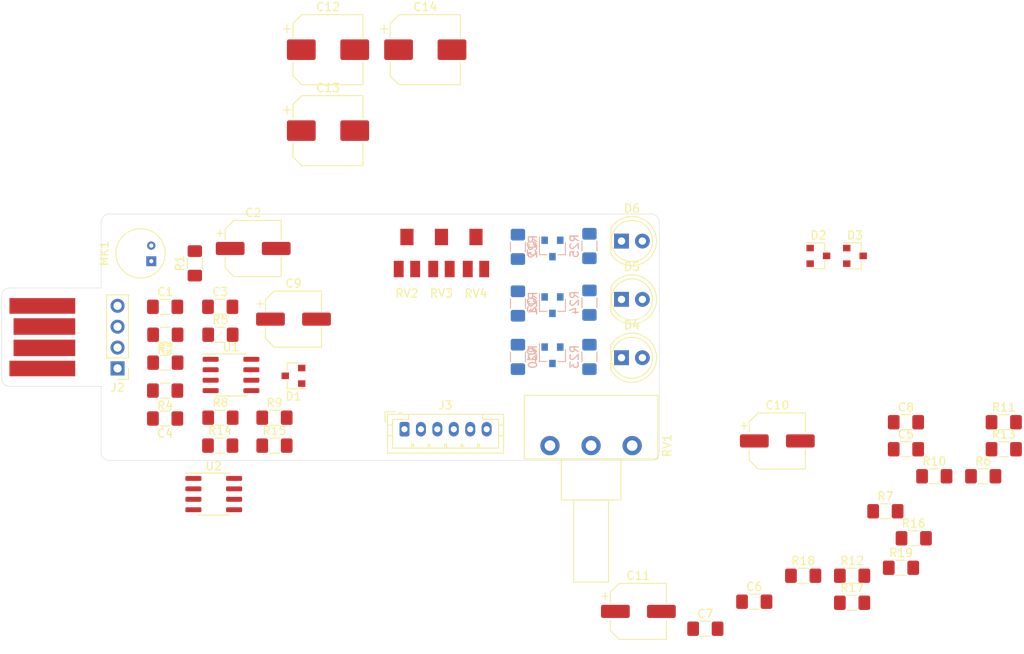
<source format=kicad_pcb>
(kicad_pcb (version 20171130) (host pcbnew "(5.1.6)-1")

  (general
    (thickness 2)
    (drawings 15)
    (tracks 0)
    (zones 0)
    (modules 58)
    (nets 39)
  )

  (page A4)
  (layers
    (0 F.Cu signal)
    (31 B.Cu signal)
    (32 B.Adhes user)
    (33 F.Adhes user)
    (34 B.Paste user)
    (35 F.Paste user)
    (36 B.SilkS user)
    (37 F.SilkS user)
    (38 B.Mask user)
    (39 F.Mask user)
    (40 Dwgs.User user)
    (41 Cmts.User user)
    (42 Eco1.User user)
    (43 Eco2.User user)
    (44 Edge.Cuts user)
    (45 Margin user)
    (46 B.CrtYd user)
    (47 F.CrtYd user)
    (48 B.Fab user)
    (49 F.Fab user)
  )

  (setup
    (last_trace_width 0.25)
    (user_trace_width 0.2)
    (user_trace_width 0.3)
    (user_trace_width 0.5)
    (trace_clearance 0.2)
    (zone_clearance 0.508)
    (zone_45_only no)
    (trace_min 0.2)
    (via_size 0.8)
    (via_drill 0.4)
    (via_min_size 0.4)
    (via_min_drill 0.3)
    (user_via 0.6 0.3)
    (uvia_size 0.3)
    (uvia_drill 0.1)
    (uvias_allowed no)
    (uvia_min_size 0.2)
    (uvia_min_drill 0.1)
    (edge_width 0.05)
    (segment_width 0.2)
    (pcb_text_width 0.3)
    (pcb_text_size 1.5 1.5)
    (mod_edge_width 0.12)
    (mod_text_size 1 1)
    (mod_text_width 0.15)
    (pad_size 1.524 1.524)
    (pad_drill 0.762)
    (pad_to_mask_clearance 0.05)
    (aux_axis_origin 0 0)
    (visible_elements 7FFFFFFF)
    (pcbplotparams
      (layerselection 0x010fc_ffffffff)
      (usegerberextensions false)
      (usegerberattributes true)
      (usegerberadvancedattributes true)
      (creategerberjobfile true)
      (excludeedgelayer true)
      (linewidth 0.100000)
      (plotframeref false)
      (viasonmask false)
      (mode 1)
      (useauxorigin false)
      (hpglpennumber 1)
      (hpglpenspeed 20)
      (hpglpendiameter 15.000000)
      (psnegative false)
      (psa4output false)
      (plotreference true)
      (plotvalue true)
      (plotinvisibletext false)
      (padsonsilk false)
      (subtractmaskfromsilk false)
      (outputformat 1)
      (mirror false)
      (drillshape 1)
      (scaleselection 1)
      (outputdirectory ""))
  )

  (net 0 "")
  (net 1 input)
  (net 2 "Net-(C1-Pad1)")
  (net 3 "Net-(C2-Pad1)")
  (net 4 "Net-(C3-Pad2)")
  (net 5 "Net-(C3-Pad1)")
  (net 6 GND)
  (net 7 "Net-(C5-Pad2)")
  (net 8 "Net-(C5-Pad1)")
  (net 9 "Net-(C7-Pad2)")
  (net 10 "Net-(C7-Pad1)")
  (net 11 "Net-(C9-Pad2)")
  (net 12 "Net-(C9-Pad1)")
  (net 13 "Net-(C10-Pad2)")
  (net 14 "Net-(C10-Pad1)")
  (net 15 "Net-(C11-Pad2)")
  (net 16 "Net-(C11-Pad1)")
  (net 17 VCC)
  (net 18 "Net-(Q1-Pad3)")
  (net 19 "Net-(Q1-Pad1)")
  (net 20 "Net-(Q2-Pad3)")
  (net 21 "Net-(Q2-Pad1)")
  (net 22 "Net-(Q3-Pad3)")
  (net 23 "Net-(Q3-Pad1)")
  (net 24 "Net-(R2-Pad1)")
  (net 25 "Net-(R3-Pad2)")
  (net 26 signal)
  (net 27 "Net-(R14-Pad2)")
  (net 28 "Net-(R16-Pad2)")
  (net 29 "Net-(R18-Pad2)")
  (net 30 "Net-(C12-Pad1)")
  (net 31 "Net-(C13-Pad1)")
  (net 32 "Net-(C14-Pad1)")
  (net 33 "Net-(D4-Pad1)")
  (net 34 "Net-(D5-Pad1)")
  (net 35 "Net-(D6-Pad1)")
  (net 36 "Net-(J1-Pad3)")
  (net 37 "Net-(J1-Pad2)")
  (net 38 stroboscope_en)

  (net_class Default "This is the default net class."
    (clearance 0.2)
    (trace_width 0.25)
    (via_dia 0.8)
    (via_drill 0.4)
    (uvia_dia 0.3)
    (uvia_drill 0.1)
    (add_net GND)
    (add_net "Net-(C1-Pad1)")
    (add_net "Net-(C10-Pad1)")
    (add_net "Net-(C10-Pad2)")
    (add_net "Net-(C11-Pad1)")
    (add_net "Net-(C11-Pad2)")
    (add_net "Net-(C12-Pad1)")
    (add_net "Net-(C13-Pad1)")
    (add_net "Net-(C14-Pad1)")
    (add_net "Net-(C2-Pad1)")
    (add_net "Net-(C3-Pad1)")
    (add_net "Net-(C3-Pad2)")
    (add_net "Net-(C5-Pad1)")
    (add_net "Net-(C5-Pad2)")
    (add_net "Net-(C7-Pad1)")
    (add_net "Net-(C7-Pad2)")
    (add_net "Net-(C9-Pad1)")
    (add_net "Net-(C9-Pad2)")
    (add_net "Net-(D4-Pad1)")
    (add_net "Net-(D5-Pad1)")
    (add_net "Net-(D6-Pad1)")
    (add_net "Net-(J1-Pad2)")
    (add_net "Net-(J1-Pad3)")
    (add_net "Net-(J3-Pad1)")
    (add_net "Net-(J3-Pad2)")
    (add_net "Net-(J3-Pad3)")
    (add_net "Net-(J3-Pad4)")
    (add_net "Net-(J3-Pad5)")
    (add_net "Net-(J3-Pad6)")
    (add_net "Net-(Q1-Pad1)")
    (add_net "Net-(Q1-Pad3)")
    (add_net "Net-(Q2-Pad1)")
    (add_net "Net-(Q2-Pad3)")
    (add_net "Net-(Q3-Pad1)")
    (add_net "Net-(Q3-Pad3)")
    (add_net "Net-(R14-Pad2)")
    (add_net "Net-(R16-Pad2)")
    (add_net "Net-(R18-Pad2)")
    (add_net "Net-(R2-Pad1)")
    (add_net "Net-(R3-Pad2)")
    (add_net "Net-(RV1-Pad1)")
    (add_net VCC)
    (add_net input)
    (add_net signal)
    (add_net stroboscope_en)
  )

  (module Connector_JST:JST_PH_B6B-PH-K_1x06_P2.00mm_Vertical (layer F.Cu) (tedit 5B7745C2) (tstamp 5FBF9690)
    (at 112 79.3)
    (descr "JST PH series connector, B6B-PH-K (http://www.jst-mfg.com/product/pdf/eng/ePH.pdf), generated with kicad-footprint-generator")
    (tags "connector JST PH side entry")
    (path /5FC42E97)
    (fp_text reference J3 (at 5 -2.9) (layer F.SilkS)
      (effects (font (size 1 1) (thickness 0.15)))
    )
    (fp_text value Conn_01x06 (at 5 4) (layer F.Fab)
      (effects (font (size 1 1) (thickness 0.15)))
    )
    (fp_text user %R (at 5 1.5) (layer F.Fab)
      (effects (font (size 1 1) (thickness 0.15)))
    )
    (fp_line (start -2.06 -1.81) (end -2.06 2.91) (layer F.SilkS) (width 0.12))
    (fp_line (start -2.06 2.91) (end 12.06 2.91) (layer F.SilkS) (width 0.12))
    (fp_line (start 12.06 2.91) (end 12.06 -1.81) (layer F.SilkS) (width 0.12))
    (fp_line (start 12.06 -1.81) (end -2.06 -1.81) (layer F.SilkS) (width 0.12))
    (fp_line (start -0.3 -1.81) (end -0.3 -2.01) (layer F.SilkS) (width 0.12))
    (fp_line (start -0.3 -2.01) (end -0.6 -2.01) (layer F.SilkS) (width 0.12))
    (fp_line (start -0.6 -2.01) (end -0.6 -1.81) (layer F.SilkS) (width 0.12))
    (fp_line (start -0.3 -1.91) (end -0.6 -1.91) (layer F.SilkS) (width 0.12))
    (fp_line (start 0.5 -1.81) (end 0.5 -1.2) (layer F.SilkS) (width 0.12))
    (fp_line (start 0.5 -1.2) (end -1.45 -1.2) (layer F.SilkS) (width 0.12))
    (fp_line (start -1.45 -1.2) (end -1.45 2.3) (layer F.SilkS) (width 0.12))
    (fp_line (start -1.45 2.3) (end 11.45 2.3) (layer F.SilkS) (width 0.12))
    (fp_line (start 11.45 2.3) (end 11.45 -1.2) (layer F.SilkS) (width 0.12))
    (fp_line (start 11.45 -1.2) (end 9.5 -1.2) (layer F.SilkS) (width 0.12))
    (fp_line (start 9.5 -1.2) (end 9.5 -1.81) (layer F.SilkS) (width 0.12))
    (fp_line (start -2.06 -0.5) (end -1.45 -0.5) (layer F.SilkS) (width 0.12))
    (fp_line (start -2.06 0.8) (end -1.45 0.8) (layer F.SilkS) (width 0.12))
    (fp_line (start 12.06 -0.5) (end 11.45 -0.5) (layer F.SilkS) (width 0.12))
    (fp_line (start 12.06 0.8) (end 11.45 0.8) (layer F.SilkS) (width 0.12))
    (fp_line (start 0.9 2.3) (end 0.9 1.8) (layer F.SilkS) (width 0.12))
    (fp_line (start 0.9 1.8) (end 1.1 1.8) (layer F.SilkS) (width 0.12))
    (fp_line (start 1.1 1.8) (end 1.1 2.3) (layer F.SilkS) (width 0.12))
    (fp_line (start 1 2.3) (end 1 1.8) (layer F.SilkS) (width 0.12))
    (fp_line (start 2.9 2.3) (end 2.9 1.8) (layer F.SilkS) (width 0.12))
    (fp_line (start 2.9 1.8) (end 3.1 1.8) (layer F.SilkS) (width 0.12))
    (fp_line (start 3.1 1.8) (end 3.1 2.3) (layer F.SilkS) (width 0.12))
    (fp_line (start 3 2.3) (end 3 1.8) (layer F.SilkS) (width 0.12))
    (fp_line (start 4.9 2.3) (end 4.9 1.8) (layer F.SilkS) (width 0.12))
    (fp_line (start 4.9 1.8) (end 5.1 1.8) (layer F.SilkS) (width 0.12))
    (fp_line (start 5.1 1.8) (end 5.1 2.3) (layer F.SilkS) (width 0.12))
    (fp_line (start 5 2.3) (end 5 1.8) (layer F.SilkS) (width 0.12))
    (fp_line (start 6.9 2.3) (end 6.9 1.8) (layer F.SilkS) (width 0.12))
    (fp_line (start 6.9 1.8) (end 7.1 1.8) (layer F.SilkS) (width 0.12))
    (fp_line (start 7.1 1.8) (end 7.1 2.3) (layer F.SilkS) (width 0.12))
    (fp_line (start 7 2.3) (end 7 1.8) (layer F.SilkS) (width 0.12))
    (fp_line (start 8.9 2.3) (end 8.9 1.8) (layer F.SilkS) (width 0.12))
    (fp_line (start 8.9 1.8) (end 9.1 1.8) (layer F.SilkS) (width 0.12))
    (fp_line (start 9.1 1.8) (end 9.1 2.3) (layer F.SilkS) (width 0.12))
    (fp_line (start 9 2.3) (end 9 1.8) (layer F.SilkS) (width 0.12))
    (fp_line (start -1.11 -2.11) (end -2.36 -2.11) (layer F.SilkS) (width 0.12))
    (fp_line (start -2.36 -2.11) (end -2.36 -0.86) (layer F.SilkS) (width 0.12))
    (fp_line (start -1.11 -2.11) (end -2.36 -2.11) (layer F.Fab) (width 0.1))
    (fp_line (start -2.36 -2.11) (end -2.36 -0.86) (layer F.Fab) (width 0.1))
    (fp_line (start -1.95 -1.7) (end -1.95 2.8) (layer F.Fab) (width 0.1))
    (fp_line (start -1.95 2.8) (end 11.95 2.8) (layer F.Fab) (width 0.1))
    (fp_line (start 11.95 2.8) (end 11.95 -1.7) (layer F.Fab) (width 0.1))
    (fp_line (start 11.95 -1.7) (end -1.95 -1.7) (layer F.Fab) (width 0.1))
    (fp_line (start -2.45 -2.2) (end -2.45 3.3) (layer F.CrtYd) (width 0.05))
    (fp_line (start -2.45 3.3) (end 12.45 3.3) (layer F.CrtYd) (width 0.05))
    (fp_line (start 12.45 3.3) (end 12.45 -2.2) (layer F.CrtYd) (width 0.05))
    (fp_line (start 12.45 -2.2) (end -2.45 -2.2) (layer F.CrtYd) (width 0.05))
    (pad 6 thru_hole oval (at 10 0) (size 1.2 1.75) (drill 0.75) (layers *.Cu *.Mask))
    (pad 5 thru_hole oval (at 8 0) (size 1.2 1.75) (drill 0.75) (layers *.Cu *.Mask))
    (pad 4 thru_hole oval (at 6 0) (size 1.2 1.75) (drill 0.75) (layers *.Cu *.Mask))
    (pad 3 thru_hole oval (at 4 0) (size 1.2 1.75) (drill 0.75) (layers *.Cu *.Mask))
    (pad 2 thru_hole oval (at 2 0) (size 1.2 1.75) (drill 0.75) (layers *.Cu *.Mask))
    (pad 1 thru_hole roundrect (at 0 0) (size 1.2 1.75) (drill 0.75) (layers *.Cu *.Mask) (roundrect_rratio 0.208333))
    (model ${KISYS3DMOD}/Connector_JST.3dshapes/JST_PH_B6B-PH-K_1x06_P2.00mm_Vertical.wrl
      (at (xyz 0 0 0))
      (scale (xyz 1 1 1))
      (rotate (xyz 0 0 0))
    )
  )

  (module hw:usb-PCB (layer F.Cu) (tedit 542BB0AF) (tstamp 5FBE03F0)
    (at 63.05 68.1 270)
    (path /5FD17050)
    (attr virtual)
    (fp_text reference J1 (at 0.13 -7.85 90) (layer F.SilkS) hide
      (effects (font (size 1.5 1.5) (thickness 0.15)))
    )
    (fp_text value USB (at 0.29 -10.13 90) (layer F.SilkS) hide
      (effects (font (size 1.5 1.5) (thickness 0.15)))
    )
    (fp_line (start -6.03 0) (end -6.03 -12) (layer Dwgs.User) (width 0.15))
    (fp_line (start 6.03 0) (end -6.03 0) (layer Dwgs.User) (width 0.15))
    (fp_line (start 6.03 0) (end 6.03 -12) (layer Dwgs.User) (width 0.15))
    (pad 1 connect rect (at 3.81 -4.9 270) (size 1.9 8) (layers F.Cu F.Mask)
      (net 17 VCC))
    (pad 4 connect rect (at -3.81 -4.9 270) (size 1.9 8) (layers F.Cu F.Mask)
      (net 6 GND))
    (pad 3 connect rect (at -1.3 -5.15 270) (size 2 7.5) (layers F.Cu F.Mask)
      (net 36 "Net-(J1-Pad3)"))
    (pad 2 connect rect (at 1.3 -5.15 270) (size 2 7.5) (layers F.Cu F.Mask)
      (net 37 "Net-(J1-Pad2)"))
  )

  (module hw:LD-MC-6035P (layer F.Cu) (tedit 5FBD9299) (tstamp 5FBE817B)
    (at 79.9 57.9 270)
    (path /5FC30D4C)
    (fp_text reference MK1 (at 0 4.4 90) (layer F.SilkS)
      (effects (font (size 1 1) (thickness 0.15)))
    )
    (fp_text value Microphone (at 0 -5.6 90) (layer F.Fab)
      (effects (font (size 1 1) (thickness 0.15)))
    )
    (fp_circle (center 0 0) (end 3 0) (layer F.SilkS) (width 0.12))
    (fp_circle (center 0 0) (end 0 -3) (layer F.CrtYd) (width 0.12))
    (fp_circle (center 0 0) (end 0 -3) (layer F.Fab) (width 0.12))
    (pad 2 thru_hole rect (at 0.95 -1.3 270) (size 1.2 1.2) (drill 0.5) (layers *.Cu *.Mask)
      (net 6 GND))
    (pad 1 thru_hole circle (at -0.95 -1.3 270) (size 1 1) (drill 0.5) (layers *.Cu *.Mask)
      (net 3 "Net-(C2-Pad1)"))
  )

  (module Potentiometer_THT:Potentiometer_Piher_T-16H_Single_Horizontal (layer F.Cu) (tedit 5A3D4993) (tstamp 5FBE71AD)
    (at 129.7 81.3 270)
    (descr "Potentiometer, horizontal, Piher T-16H Single, http://www.piher-nacesa.com/pdf/22-T16v03.pdf")
    (tags "Potentiometer horizontal Piher T-16H Single")
    (path /5FB4E55B)
    (fp_text reference RV1 (at 0 -14.25 90) (layer F.SilkS)
      (effects (font (size 1 1) (thickness 0.15)))
    )
    (fp_text value "50k log" (at 0 4.25 90) (layer F.Fab)
      (effects (font (size 1 1) (thickness 0.15)))
    )
    (fp_line (start -6 -13) (end -6 3) (layer F.Fab) (width 0.1))
    (fp_line (start -6 3) (end 1.5 3) (layer F.Fab) (width 0.1))
    (fp_line (start 1.5 3) (end 1.5 -13) (layer F.Fab) (width 0.1))
    (fp_line (start 1.5 -13) (end -6 -13) (layer F.Fab) (width 0.1))
    (fp_line (start 1.5 -8.5) (end 1.5 -1.5) (layer F.Fab) (width 0.1))
    (fp_line (start 1.5 -1.5) (end 6.5 -1.5) (layer F.Fab) (width 0.1))
    (fp_line (start 6.5 -1.5) (end 6.5 -8.5) (layer F.Fab) (width 0.1))
    (fp_line (start 6.5 -8.5) (end 1.5 -8.5) (layer F.Fab) (width 0.1))
    (fp_line (start 6.5 -7) (end 6.5 -3) (layer F.Fab) (width 0.1))
    (fp_line (start 6.5 -3) (end 16.5 -3) (layer F.Fab) (width 0.1))
    (fp_line (start 16.5 -3) (end 16.5 -7) (layer F.Fab) (width 0.1))
    (fp_line (start 16.5 -7) (end 6.5 -7) (layer F.Fab) (width 0.1))
    (fp_line (start -6.12 -13.12) (end 1.62 -13.12) (layer F.SilkS) (width 0.12))
    (fp_line (start -6.12 3.12) (end 1.62 3.12) (layer F.SilkS) (width 0.12))
    (fp_line (start -6.12 -13.12) (end -6.12 3.12) (layer F.SilkS) (width 0.12))
    (fp_line (start 1.62 -13.12) (end 1.62 3.12) (layer F.SilkS) (width 0.12))
    (fp_line (start 1.62 -8.62) (end 6.62 -8.62) (layer F.SilkS) (width 0.12))
    (fp_line (start 1.62 -1.38) (end 6.62 -1.38) (layer F.SilkS) (width 0.12))
    (fp_line (start 1.62 -8.62) (end 1.62 -1.38) (layer F.SilkS) (width 0.12))
    (fp_line (start 6.62 -8.62) (end 6.62 -1.38) (layer F.SilkS) (width 0.12))
    (fp_line (start 6.62 -7.12) (end 16.62 -7.12) (layer F.SilkS) (width 0.12))
    (fp_line (start 6.62 -2.88) (end 16.62 -2.88) (layer F.SilkS) (width 0.12))
    (fp_line (start 6.62 -7.12) (end 6.62 -2.88) (layer F.SilkS) (width 0.12))
    (fp_line (start 16.62 -7.12) (end 16.62 -2.88) (layer F.SilkS) (width 0.12))
    (fp_line (start -6.25 -13.25) (end -6.25 3.25) (layer F.CrtYd) (width 0.05))
    (fp_line (start -6.25 3.25) (end 16.75 3.25) (layer F.CrtYd) (width 0.05))
    (fp_line (start 16.75 3.25) (end 16.75 -13.25) (layer F.CrtYd) (width 0.05))
    (fp_line (start 16.75 -13.25) (end -6.25 -13.25) (layer F.CrtYd) (width 0.05))
    (fp_text user %R (at -2.25 -5 90) (layer F.Fab)
      (effects (font (size 1 1) (thickness 0.15)))
    )
    (pad 1 thru_hole circle (at 0 0 270) (size 2.34 2.34) (drill 1.3) (layers *.Cu *.Mask))
    (pad 2 thru_hole circle (at 0 -5 270) (size 2.34 2.34) (drill 1.3) (layers *.Cu *.Mask)
      (net 26 signal))
    (pad 3 thru_hole circle (at 0 -10 270) (size 2.34 2.34) (drill 1.3) (layers *.Cu *.Mask)
      (net 25 "Net-(R3-Pad2)"))
    (model ${KISYS3DMOD}/Potentiometer_THT.3dshapes/Potentiometer_Piher_T-16H_Single_Horizontal.wrl
      (at (xyz 0 0 0))
      (scale (xyz 1 1 1))
      (rotate (xyz 0 0 0))
    )
  )

  (module Capacitor_SMD:CP_Elec_8x10 (layer F.Cu) (tedit 5BCA39D0) (tstamp 5FBE31FA)
    (at 114.53 33.1)
    (descr "SMD capacitor, aluminum electrolytic, Nichicon, 8.0x10mm")
    (tags "capacitor electrolytic")
    (path /5FB6E2F0)
    (attr smd)
    (fp_text reference C14 (at 0 -5.2) (layer F.SilkS)
      (effects (font (size 1 1) (thickness 0.15)))
    )
    (fp_text value 1000u (at 0 5.2) (layer F.Fab)
      (effects (font (size 1 1) (thickness 0.15)))
    )
    (fp_circle (center 0 0) (end 4 0) (layer F.Fab) (width 0.1))
    (fp_line (start 4.15 -4.15) (end 4.15 4.15) (layer F.Fab) (width 0.1))
    (fp_line (start -3.15 -4.15) (end 4.15 -4.15) (layer F.Fab) (width 0.1))
    (fp_line (start -3.15 4.15) (end 4.15 4.15) (layer F.Fab) (width 0.1))
    (fp_line (start -4.15 -3.15) (end -4.15 3.15) (layer F.Fab) (width 0.1))
    (fp_line (start -4.15 -3.15) (end -3.15 -4.15) (layer F.Fab) (width 0.1))
    (fp_line (start -4.15 3.15) (end -3.15 4.15) (layer F.Fab) (width 0.1))
    (fp_line (start -3.562278 -1.5) (end -2.762278 -1.5) (layer F.Fab) (width 0.1))
    (fp_line (start -3.162278 -1.9) (end -3.162278 -1.1) (layer F.Fab) (width 0.1))
    (fp_line (start 4.26 4.26) (end 4.26 1.51) (layer F.SilkS) (width 0.12))
    (fp_line (start 4.26 -4.26) (end 4.26 -1.51) (layer F.SilkS) (width 0.12))
    (fp_line (start -3.195563 -4.26) (end 4.26 -4.26) (layer F.SilkS) (width 0.12))
    (fp_line (start -3.195563 4.26) (end 4.26 4.26) (layer F.SilkS) (width 0.12))
    (fp_line (start -4.26 3.195563) (end -4.26 1.51) (layer F.SilkS) (width 0.12))
    (fp_line (start -4.26 -3.195563) (end -4.26 -1.51) (layer F.SilkS) (width 0.12))
    (fp_line (start -4.26 -3.195563) (end -3.195563 -4.26) (layer F.SilkS) (width 0.12))
    (fp_line (start -4.26 3.195563) (end -3.195563 4.26) (layer F.SilkS) (width 0.12))
    (fp_line (start -5.5 -2.51) (end -4.5 -2.51) (layer F.SilkS) (width 0.12))
    (fp_line (start -5 -3.01) (end -5 -2.01) (layer F.SilkS) (width 0.12))
    (fp_line (start 4.4 -4.4) (end 4.4 -1.5) (layer F.CrtYd) (width 0.05))
    (fp_line (start 4.4 -1.5) (end 5.25 -1.5) (layer F.CrtYd) (width 0.05))
    (fp_line (start 5.25 -1.5) (end 5.25 1.5) (layer F.CrtYd) (width 0.05))
    (fp_line (start 5.25 1.5) (end 4.4 1.5) (layer F.CrtYd) (width 0.05))
    (fp_line (start 4.4 1.5) (end 4.4 4.4) (layer F.CrtYd) (width 0.05))
    (fp_line (start -3.25 4.4) (end 4.4 4.4) (layer F.CrtYd) (width 0.05))
    (fp_line (start -3.25 -4.4) (end 4.4 -4.4) (layer F.CrtYd) (width 0.05))
    (fp_line (start -4.4 3.25) (end -3.25 4.4) (layer F.CrtYd) (width 0.05))
    (fp_line (start -4.4 -3.25) (end -3.25 -4.4) (layer F.CrtYd) (width 0.05))
    (fp_line (start -4.4 -3.25) (end -4.4 -1.5) (layer F.CrtYd) (width 0.05))
    (fp_line (start -4.4 1.5) (end -4.4 3.25) (layer F.CrtYd) (width 0.05))
    (fp_line (start -4.4 -1.5) (end -5.25 -1.5) (layer F.CrtYd) (width 0.05))
    (fp_line (start -5.25 -1.5) (end -5.25 1.5) (layer F.CrtYd) (width 0.05))
    (fp_line (start -5.25 1.5) (end -4.4 1.5) (layer F.CrtYd) (width 0.05))
    (fp_text user %R (at 0 0) (layer F.Fab)
      (effects (font (size 1 1) (thickness 0.15)))
    )
    (pad 2 smd roundrect (at 3.25 0) (size 3.5 2.5) (layers F.Cu F.Paste F.Mask) (roundrect_rratio 0.1)
      (net 38 stroboscope_en))
    (pad 1 smd roundrect (at -3.25 0) (size 3.5 2.5) (layers F.Cu F.Paste F.Mask) (roundrect_rratio 0.1)
      (net 32 "Net-(C14-Pad1)"))
    (model ${KISYS3DMOD}/Capacitor_SMD.3dshapes/CP_Elec_8x10.wrl
      (at (xyz 0 0 0))
      (scale (xyz 1 1 1))
      (rotate (xyz 0 0 0))
    )
  )

  (module Capacitor_SMD:CP_Elec_8x10 (layer F.Cu) (tedit 5BCA39D0) (tstamp 5FBE31D2)
    (at 102.7 42.95)
    (descr "SMD capacitor, aluminum electrolytic, Nichicon, 8.0x10mm")
    (tags "capacitor electrolytic")
    (path /5FB60B08)
    (attr smd)
    (fp_text reference C13 (at 0 -5.2) (layer F.SilkS)
      (effects (font (size 1 1) (thickness 0.15)))
    )
    (fp_text value 1000u (at 0 5.2) (layer F.Fab)
      (effects (font (size 1 1) (thickness 0.15)))
    )
    (fp_circle (center 0 0) (end 4 0) (layer F.Fab) (width 0.1))
    (fp_line (start 4.15 -4.15) (end 4.15 4.15) (layer F.Fab) (width 0.1))
    (fp_line (start -3.15 -4.15) (end 4.15 -4.15) (layer F.Fab) (width 0.1))
    (fp_line (start -3.15 4.15) (end 4.15 4.15) (layer F.Fab) (width 0.1))
    (fp_line (start -4.15 -3.15) (end -4.15 3.15) (layer F.Fab) (width 0.1))
    (fp_line (start -4.15 -3.15) (end -3.15 -4.15) (layer F.Fab) (width 0.1))
    (fp_line (start -4.15 3.15) (end -3.15 4.15) (layer F.Fab) (width 0.1))
    (fp_line (start -3.562278 -1.5) (end -2.762278 -1.5) (layer F.Fab) (width 0.1))
    (fp_line (start -3.162278 -1.9) (end -3.162278 -1.1) (layer F.Fab) (width 0.1))
    (fp_line (start 4.26 4.26) (end 4.26 1.51) (layer F.SilkS) (width 0.12))
    (fp_line (start 4.26 -4.26) (end 4.26 -1.51) (layer F.SilkS) (width 0.12))
    (fp_line (start -3.195563 -4.26) (end 4.26 -4.26) (layer F.SilkS) (width 0.12))
    (fp_line (start -3.195563 4.26) (end 4.26 4.26) (layer F.SilkS) (width 0.12))
    (fp_line (start -4.26 3.195563) (end -4.26 1.51) (layer F.SilkS) (width 0.12))
    (fp_line (start -4.26 -3.195563) (end -4.26 -1.51) (layer F.SilkS) (width 0.12))
    (fp_line (start -4.26 -3.195563) (end -3.195563 -4.26) (layer F.SilkS) (width 0.12))
    (fp_line (start -4.26 3.195563) (end -3.195563 4.26) (layer F.SilkS) (width 0.12))
    (fp_line (start -5.5 -2.51) (end -4.5 -2.51) (layer F.SilkS) (width 0.12))
    (fp_line (start -5 -3.01) (end -5 -2.01) (layer F.SilkS) (width 0.12))
    (fp_line (start 4.4 -4.4) (end 4.4 -1.5) (layer F.CrtYd) (width 0.05))
    (fp_line (start 4.4 -1.5) (end 5.25 -1.5) (layer F.CrtYd) (width 0.05))
    (fp_line (start 5.25 -1.5) (end 5.25 1.5) (layer F.CrtYd) (width 0.05))
    (fp_line (start 5.25 1.5) (end 4.4 1.5) (layer F.CrtYd) (width 0.05))
    (fp_line (start 4.4 1.5) (end 4.4 4.4) (layer F.CrtYd) (width 0.05))
    (fp_line (start -3.25 4.4) (end 4.4 4.4) (layer F.CrtYd) (width 0.05))
    (fp_line (start -3.25 -4.4) (end 4.4 -4.4) (layer F.CrtYd) (width 0.05))
    (fp_line (start -4.4 3.25) (end -3.25 4.4) (layer F.CrtYd) (width 0.05))
    (fp_line (start -4.4 -3.25) (end -3.25 -4.4) (layer F.CrtYd) (width 0.05))
    (fp_line (start -4.4 -3.25) (end -4.4 -1.5) (layer F.CrtYd) (width 0.05))
    (fp_line (start -4.4 1.5) (end -4.4 3.25) (layer F.CrtYd) (width 0.05))
    (fp_line (start -4.4 -1.5) (end -5.25 -1.5) (layer F.CrtYd) (width 0.05))
    (fp_line (start -5.25 -1.5) (end -5.25 1.5) (layer F.CrtYd) (width 0.05))
    (fp_line (start -5.25 1.5) (end -4.4 1.5) (layer F.CrtYd) (width 0.05))
    (fp_text user %R (at 0 0) (layer F.Fab)
      (effects (font (size 1 1) (thickness 0.15)))
    )
    (pad 2 smd roundrect (at 3.25 0) (size 3.5 2.5) (layers F.Cu F.Paste F.Mask) (roundrect_rratio 0.1)
      (net 38 stroboscope_en))
    (pad 1 smd roundrect (at -3.25 0) (size 3.5 2.5) (layers F.Cu F.Paste F.Mask) (roundrect_rratio 0.1)
      (net 31 "Net-(C13-Pad1)"))
    (model ${KISYS3DMOD}/Capacitor_SMD.3dshapes/CP_Elec_8x10.wrl
      (at (xyz 0 0 0))
      (scale (xyz 1 1 1))
      (rotate (xyz 0 0 0))
    )
  )

  (module Capacitor_SMD:CP_Elec_8x10 (layer F.Cu) (tedit 5BCA39D0) (tstamp 5FBE31AA)
    (at 102.7 33.1)
    (descr "SMD capacitor, aluminum electrolytic, Nichicon, 8.0x10mm")
    (tags "capacitor electrolytic")
    (path /5FB5915B)
    (attr smd)
    (fp_text reference C12 (at 0 -5.2) (layer F.SilkS)
      (effects (font (size 1 1) (thickness 0.15)))
    )
    (fp_text value 1000u (at 0 5.2) (layer F.Fab)
      (effects (font (size 1 1) (thickness 0.15)))
    )
    (fp_circle (center 0 0) (end 4 0) (layer F.Fab) (width 0.1))
    (fp_line (start 4.15 -4.15) (end 4.15 4.15) (layer F.Fab) (width 0.1))
    (fp_line (start -3.15 -4.15) (end 4.15 -4.15) (layer F.Fab) (width 0.1))
    (fp_line (start -3.15 4.15) (end 4.15 4.15) (layer F.Fab) (width 0.1))
    (fp_line (start -4.15 -3.15) (end -4.15 3.15) (layer F.Fab) (width 0.1))
    (fp_line (start -4.15 -3.15) (end -3.15 -4.15) (layer F.Fab) (width 0.1))
    (fp_line (start -4.15 3.15) (end -3.15 4.15) (layer F.Fab) (width 0.1))
    (fp_line (start -3.562278 -1.5) (end -2.762278 -1.5) (layer F.Fab) (width 0.1))
    (fp_line (start -3.162278 -1.9) (end -3.162278 -1.1) (layer F.Fab) (width 0.1))
    (fp_line (start 4.26 4.26) (end 4.26 1.51) (layer F.SilkS) (width 0.12))
    (fp_line (start 4.26 -4.26) (end 4.26 -1.51) (layer F.SilkS) (width 0.12))
    (fp_line (start -3.195563 -4.26) (end 4.26 -4.26) (layer F.SilkS) (width 0.12))
    (fp_line (start -3.195563 4.26) (end 4.26 4.26) (layer F.SilkS) (width 0.12))
    (fp_line (start -4.26 3.195563) (end -4.26 1.51) (layer F.SilkS) (width 0.12))
    (fp_line (start -4.26 -3.195563) (end -4.26 -1.51) (layer F.SilkS) (width 0.12))
    (fp_line (start -4.26 -3.195563) (end -3.195563 -4.26) (layer F.SilkS) (width 0.12))
    (fp_line (start -4.26 3.195563) (end -3.195563 4.26) (layer F.SilkS) (width 0.12))
    (fp_line (start -5.5 -2.51) (end -4.5 -2.51) (layer F.SilkS) (width 0.12))
    (fp_line (start -5 -3.01) (end -5 -2.01) (layer F.SilkS) (width 0.12))
    (fp_line (start 4.4 -4.4) (end 4.4 -1.5) (layer F.CrtYd) (width 0.05))
    (fp_line (start 4.4 -1.5) (end 5.25 -1.5) (layer F.CrtYd) (width 0.05))
    (fp_line (start 5.25 -1.5) (end 5.25 1.5) (layer F.CrtYd) (width 0.05))
    (fp_line (start 5.25 1.5) (end 4.4 1.5) (layer F.CrtYd) (width 0.05))
    (fp_line (start 4.4 1.5) (end 4.4 4.4) (layer F.CrtYd) (width 0.05))
    (fp_line (start -3.25 4.4) (end 4.4 4.4) (layer F.CrtYd) (width 0.05))
    (fp_line (start -3.25 -4.4) (end 4.4 -4.4) (layer F.CrtYd) (width 0.05))
    (fp_line (start -4.4 3.25) (end -3.25 4.4) (layer F.CrtYd) (width 0.05))
    (fp_line (start -4.4 -3.25) (end -3.25 -4.4) (layer F.CrtYd) (width 0.05))
    (fp_line (start -4.4 -3.25) (end -4.4 -1.5) (layer F.CrtYd) (width 0.05))
    (fp_line (start -4.4 1.5) (end -4.4 3.25) (layer F.CrtYd) (width 0.05))
    (fp_line (start -4.4 -1.5) (end -5.25 -1.5) (layer F.CrtYd) (width 0.05))
    (fp_line (start -5.25 -1.5) (end -5.25 1.5) (layer F.CrtYd) (width 0.05))
    (fp_line (start -5.25 1.5) (end -4.4 1.5) (layer F.CrtYd) (width 0.05))
    (fp_text user %R (at 0 0) (layer F.Fab)
      (effects (font (size 1 1) (thickness 0.15)))
    )
    (pad 2 smd roundrect (at 3.25 0) (size 3.5 2.5) (layers F.Cu F.Paste F.Mask) (roundrect_rratio 0.1)
      (net 38 stroboscope_en))
    (pad 1 smd roundrect (at -3.25 0) (size 3.5 2.5) (layers F.Cu F.Paste F.Mask) (roundrect_rratio 0.1)
      (net 30 "Net-(C12-Pad1)"))
    (model ${KISYS3DMOD}/Capacitor_SMD.3dshapes/CP_Elec_8x10.wrl
      (at (xyz 0 0 0))
      (scale (xyz 1 1 1))
      (rotate (xyz 0 0 0))
    )
  )

  (module Capacitor_SMD:CP_Elec_6.3x5.3 (layer F.Cu) (tedit 5BCA39D0) (tstamp 5FBAE693)
    (at 140.455241 101.48)
    (descr "SMD capacitor, aluminum electrolytic, Cornell Dubilier, 6.3x5.3mm")
    (tags "capacitor electrolytic")
    (path /5FB6E2D1)
    (attr smd)
    (fp_text reference C11 (at 0 -4.35) (layer F.SilkS)
      (effects (font (size 1 1) (thickness 0.15)))
    )
    (fp_text value 100u (at 0 4.35) (layer F.Fab)
      (effects (font (size 1 1) (thickness 0.15)))
    )
    (fp_circle (center 0 0) (end 3.15 0) (layer F.Fab) (width 0.1))
    (fp_line (start 3.3 -3.3) (end 3.3 3.3) (layer F.Fab) (width 0.1))
    (fp_line (start -2.3 -3.3) (end 3.3 -3.3) (layer F.Fab) (width 0.1))
    (fp_line (start -2.3 3.3) (end 3.3 3.3) (layer F.Fab) (width 0.1))
    (fp_line (start -3.3 -2.3) (end -3.3 2.3) (layer F.Fab) (width 0.1))
    (fp_line (start -3.3 -2.3) (end -2.3 -3.3) (layer F.Fab) (width 0.1))
    (fp_line (start -3.3 2.3) (end -2.3 3.3) (layer F.Fab) (width 0.1))
    (fp_line (start -2.704838 -1.33) (end -2.074838 -1.33) (layer F.Fab) (width 0.1))
    (fp_line (start -2.389838 -1.645) (end -2.389838 -1.015) (layer F.Fab) (width 0.1))
    (fp_line (start 3.41 3.41) (end 3.41 1.06) (layer F.SilkS) (width 0.12))
    (fp_line (start 3.41 -3.41) (end 3.41 -1.06) (layer F.SilkS) (width 0.12))
    (fp_line (start -2.345563 -3.41) (end 3.41 -3.41) (layer F.SilkS) (width 0.12))
    (fp_line (start -2.345563 3.41) (end 3.41 3.41) (layer F.SilkS) (width 0.12))
    (fp_line (start -3.41 2.345563) (end -3.41 1.06) (layer F.SilkS) (width 0.12))
    (fp_line (start -3.41 -2.345563) (end -3.41 -1.06) (layer F.SilkS) (width 0.12))
    (fp_line (start -3.41 -2.345563) (end -2.345563 -3.41) (layer F.SilkS) (width 0.12))
    (fp_line (start -3.41 2.345563) (end -2.345563 3.41) (layer F.SilkS) (width 0.12))
    (fp_line (start -4.4375 -1.8475) (end -3.65 -1.8475) (layer F.SilkS) (width 0.12))
    (fp_line (start -4.04375 -2.24125) (end -4.04375 -1.45375) (layer F.SilkS) (width 0.12))
    (fp_line (start 3.55 -3.55) (end 3.55 -1.05) (layer F.CrtYd) (width 0.05))
    (fp_line (start 3.55 -1.05) (end 4.8 -1.05) (layer F.CrtYd) (width 0.05))
    (fp_line (start 4.8 -1.05) (end 4.8 1.05) (layer F.CrtYd) (width 0.05))
    (fp_line (start 4.8 1.05) (end 3.55 1.05) (layer F.CrtYd) (width 0.05))
    (fp_line (start 3.55 1.05) (end 3.55 3.55) (layer F.CrtYd) (width 0.05))
    (fp_line (start -2.4 3.55) (end 3.55 3.55) (layer F.CrtYd) (width 0.05))
    (fp_line (start -2.4 -3.55) (end 3.55 -3.55) (layer F.CrtYd) (width 0.05))
    (fp_line (start -3.55 2.4) (end -2.4 3.55) (layer F.CrtYd) (width 0.05))
    (fp_line (start -3.55 -2.4) (end -2.4 -3.55) (layer F.CrtYd) (width 0.05))
    (fp_line (start -3.55 -2.4) (end -3.55 -1.05) (layer F.CrtYd) (width 0.05))
    (fp_line (start -3.55 1.05) (end -3.55 2.4) (layer F.CrtYd) (width 0.05))
    (fp_line (start -3.55 -1.05) (end -4.8 -1.05) (layer F.CrtYd) (width 0.05))
    (fp_line (start -4.8 -1.05) (end -4.8 1.05) (layer F.CrtYd) (width 0.05))
    (fp_line (start -4.8 1.05) (end -3.55 1.05) (layer F.CrtYd) (width 0.05))
    (fp_text user %R (at 0 0) (layer F.Fab)
      (effects (font (size 1 1) (thickness 0.15)))
    )
    (pad 2 smd roundrect (at 2.8 0) (size 3.5 1.6) (layers F.Cu F.Paste F.Mask) (roundrect_rratio 0.15625)
      (net 15 "Net-(C11-Pad2)"))
    (pad 1 smd roundrect (at -2.8 0) (size 3.5 1.6) (layers F.Cu F.Paste F.Mask) (roundrect_rratio 0.15625)
      (net 16 "Net-(C11-Pad1)"))
    (model ${KISYS3DMOD}/Capacitor_SMD.3dshapes/CP_Elec_6.3x5.3.wrl
      (at (xyz 0 0 0))
      (scale (xyz 1 1 1))
      (rotate (xyz 0 0 0))
    )
  )

  (module Capacitor_SMD:CP_Elec_6.3x5.3 (layer F.Cu) (tedit 5BCA39D0) (tstamp 5FBAE5FF)
    (at 157.355241 80.73)
    (descr "SMD capacitor, aluminum electrolytic, Cornell Dubilier, 6.3x5.3mm")
    (tags "capacitor electrolytic")
    (path /5FB60AE9)
    (attr smd)
    (fp_text reference C10 (at 0 -4.35) (layer F.SilkS)
      (effects (font (size 1 1) (thickness 0.15)))
    )
    (fp_text value 100u (at 0 4.35) (layer F.Fab)
      (effects (font (size 1 1) (thickness 0.15)))
    )
    (fp_circle (center 0 0) (end 3.15 0) (layer F.Fab) (width 0.1))
    (fp_line (start 3.3 -3.3) (end 3.3 3.3) (layer F.Fab) (width 0.1))
    (fp_line (start -2.3 -3.3) (end 3.3 -3.3) (layer F.Fab) (width 0.1))
    (fp_line (start -2.3 3.3) (end 3.3 3.3) (layer F.Fab) (width 0.1))
    (fp_line (start -3.3 -2.3) (end -3.3 2.3) (layer F.Fab) (width 0.1))
    (fp_line (start -3.3 -2.3) (end -2.3 -3.3) (layer F.Fab) (width 0.1))
    (fp_line (start -3.3 2.3) (end -2.3 3.3) (layer F.Fab) (width 0.1))
    (fp_line (start -2.704838 -1.33) (end -2.074838 -1.33) (layer F.Fab) (width 0.1))
    (fp_line (start -2.389838 -1.645) (end -2.389838 -1.015) (layer F.Fab) (width 0.1))
    (fp_line (start 3.41 3.41) (end 3.41 1.06) (layer F.SilkS) (width 0.12))
    (fp_line (start 3.41 -3.41) (end 3.41 -1.06) (layer F.SilkS) (width 0.12))
    (fp_line (start -2.345563 -3.41) (end 3.41 -3.41) (layer F.SilkS) (width 0.12))
    (fp_line (start -2.345563 3.41) (end 3.41 3.41) (layer F.SilkS) (width 0.12))
    (fp_line (start -3.41 2.345563) (end -3.41 1.06) (layer F.SilkS) (width 0.12))
    (fp_line (start -3.41 -2.345563) (end -3.41 -1.06) (layer F.SilkS) (width 0.12))
    (fp_line (start -3.41 -2.345563) (end -2.345563 -3.41) (layer F.SilkS) (width 0.12))
    (fp_line (start -3.41 2.345563) (end -2.345563 3.41) (layer F.SilkS) (width 0.12))
    (fp_line (start -4.4375 -1.8475) (end -3.65 -1.8475) (layer F.SilkS) (width 0.12))
    (fp_line (start -4.04375 -2.24125) (end -4.04375 -1.45375) (layer F.SilkS) (width 0.12))
    (fp_line (start 3.55 -3.55) (end 3.55 -1.05) (layer F.CrtYd) (width 0.05))
    (fp_line (start 3.55 -1.05) (end 4.8 -1.05) (layer F.CrtYd) (width 0.05))
    (fp_line (start 4.8 -1.05) (end 4.8 1.05) (layer F.CrtYd) (width 0.05))
    (fp_line (start 4.8 1.05) (end 3.55 1.05) (layer F.CrtYd) (width 0.05))
    (fp_line (start 3.55 1.05) (end 3.55 3.55) (layer F.CrtYd) (width 0.05))
    (fp_line (start -2.4 3.55) (end 3.55 3.55) (layer F.CrtYd) (width 0.05))
    (fp_line (start -2.4 -3.55) (end 3.55 -3.55) (layer F.CrtYd) (width 0.05))
    (fp_line (start -3.55 2.4) (end -2.4 3.55) (layer F.CrtYd) (width 0.05))
    (fp_line (start -3.55 -2.4) (end -2.4 -3.55) (layer F.CrtYd) (width 0.05))
    (fp_line (start -3.55 -2.4) (end -3.55 -1.05) (layer F.CrtYd) (width 0.05))
    (fp_line (start -3.55 1.05) (end -3.55 2.4) (layer F.CrtYd) (width 0.05))
    (fp_line (start -3.55 -1.05) (end -4.8 -1.05) (layer F.CrtYd) (width 0.05))
    (fp_line (start -4.8 -1.05) (end -4.8 1.05) (layer F.CrtYd) (width 0.05))
    (fp_line (start -4.8 1.05) (end -3.55 1.05) (layer F.CrtYd) (width 0.05))
    (fp_text user %R (at 0 0) (layer F.Fab)
      (effects (font (size 1 1) (thickness 0.15)))
    )
    (pad 2 smd roundrect (at 2.8 0) (size 3.5 1.6) (layers F.Cu F.Paste F.Mask) (roundrect_rratio 0.15625)
      (net 13 "Net-(C10-Pad2)"))
    (pad 1 smd roundrect (at -2.8 0) (size 3.5 1.6) (layers F.Cu F.Paste F.Mask) (roundrect_rratio 0.15625)
      (net 14 "Net-(C10-Pad1)"))
    (model ${KISYS3DMOD}/Capacitor_SMD.3dshapes/CP_Elec_6.3x5.3.wrl
      (at (xyz 0 0 0))
      (scale (xyz 1 1 1))
      (rotate (xyz 0 0 0))
    )
  )

  (module Capacitor_SMD:CP_Elec_6.3x5.3 (layer F.Cu) (tedit 5BCA39D0) (tstamp 5FBAE471)
    (at 93.6 57.3)
    (descr "SMD capacitor, aluminum electrolytic, Cornell Dubilier, 6.3x5.3mm")
    (tags "capacitor electrolytic")
    (path /5FC3394E)
    (attr smd)
    (fp_text reference C2 (at 0 -4.35) (layer F.SilkS)
      (effects (font (size 1 1) (thickness 0.15)))
    )
    (fp_text value 100u (at 0 4.35) (layer F.Fab)
      (effects (font (size 1 1) (thickness 0.15)))
    )
    (fp_circle (center 0 0) (end 3.15 0) (layer F.Fab) (width 0.1))
    (fp_line (start 3.3 -3.3) (end 3.3 3.3) (layer F.Fab) (width 0.1))
    (fp_line (start -2.3 -3.3) (end 3.3 -3.3) (layer F.Fab) (width 0.1))
    (fp_line (start -2.3 3.3) (end 3.3 3.3) (layer F.Fab) (width 0.1))
    (fp_line (start -3.3 -2.3) (end -3.3 2.3) (layer F.Fab) (width 0.1))
    (fp_line (start -3.3 -2.3) (end -2.3 -3.3) (layer F.Fab) (width 0.1))
    (fp_line (start -3.3 2.3) (end -2.3 3.3) (layer F.Fab) (width 0.1))
    (fp_line (start -2.704838 -1.33) (end -2.074838 -1.33) (layer F.Fab) (width 0.1))
    (fp_line (start -2.389838 -1.645) (end -2.389838 -1.015) (layer F.Fab) (width 0.1))
    (fp_line (start 3.41 3.41) (end 3.41 1.06) (layer F.SilkS) (width 0.12))
    (fp_line (start 3.41 -3.41) (end 3.41 -1.06) (layer F.SilkS) (width 0.12))
    (fp_line (start -2.345563 -3.41) (end 3.41 -3.41) (layer F.SilkS) (width 0.12))
    (fp_line (start -2.345563 3.41) (end 3.41 3.41) (layer F.SilkS) (width 0.12))
    (fp_line (start -3.41 2.345563) (end -3.41 1.06) (layer F.SilkS) (width 0.12))
    (fp_line (start -3.41 -2.345563) (end -3.41 -1.06) (layer F.SilkS) (width 0.12))
    (fp_line (start -3.41 -2.345563) (end -2.345563 -3.41) (layer F.SilkS) (width 0.12))
    (fp_line (start -3.41 2.345563) (end -2.345563 3.41) (layer F.SilkS) (width 0.12))
    (fp_line (start -4.4375 -1.8475) (end -3.65 -1.8475) (layer F.SilkS) (width 0.12))
    (fp_line (start -4.04375 -2.24125) (end -4.04375 -1.45375) (layer F.SilkS) (width 0.12))
    (fp_line (start 3.55 -3.55) (end 3.55 -1.05) (layer F.CrtYd) (width 0.05))
    (fp_line (start 3.55 -1.05) (end 4.8 -1.05) (layer F.CrtYd) (width 0.05))
    (fp_line (start 4.8 -1.05) (end 4.8 1.05) (layer F.CrtYd) (width 0.05))
    (fp_line (start 4.8 1.05) (end 3.55 1.05) (layer F.CrtYd) (width 0.05))
    (fp_line (start 3.55 1.05) (end 3.55 3.55) (layer F.CrtYd) (width 0.05))
    (fp_line (start -2.4 3.55) (end 3.55 3.55) (layer F.CrtYd) (width 0.05))
    (fp_line (start -2.4 -3.55) (end 3.55 -3.55) (layer F.CrtYd) (width 0.05))
    (fp_line (start -3.55 2.4) (end -2.4 3.55) (layer F.CrtYd) (width 0.05))
    (fp_line (start -3.55 -2.4) (end -2.4 -3.55) (layer F.CrtYd) (width 0.05))
    (fp_line (start -3.55 -2.4) (end -3.55 -1.05) (layer F.CrtYd) (width 0.05))
    (fp_line (start -3.55 1.05) (end -3.55 2.4) (layer F.CrtYd) (width 0.05))
    (fp_line (start -3.55 -1.05) (end -4.8 -1.05) (layer F.CrtYd) (width 0.05))
    (fp_line (start -4.8 -1.05) (end -4.8 1.05) (layer F.CrtYd) (width 0.05))
    (fp_line (start -4.8 1.05) (end -3.55 1.05) (layer F.CrtYd) (width 0.05))
    (fp_text user %R (at 0 0) (layer F.Fab)
      (effects (font (size 1 1) (thickness 0.15)))
    )
    (pad 2 smd roundrect (at 2.8 0) (size 3.5 1.6) (layers F.Cu F.Paste F.Mask) (roundrect_rratio 0.15625)
      (net 1 input))
    (pad 1 smd roundrect (at -2.8 0) (size 3.5 1.6) (layers F.Cu F.Paste F.Mask) (roundrect_rratio 0.15625)
      (net 3 "Net-(C2-Pad1)"))
    (model ${KISYS3DMOD}/Capacitor_SMD.3dshapes/CP_Elec_6.3x5.3.wrl
      (at (xyz 0 0 0))
      (scale (xyz 1 1 1))
      (rotate (xyz 0 0 0))
    )
  )

  (module Capacitor_SMD:CP_Elec_6.3x5.3 (layer F.Cu) (tedit 5BCA39D0) (tstamp 5FBAE56B)
    (at 98.5 65.9)
    (descr "SMD capacitor, aluminum electrolytic, Cornell Dubilier, 6.3x5.3mm")
    (tags "capacitor electrolytic")
    (path /5FB5259E)
    (attr smd)
    (fp_text reference C9 (at 0 -4.35) (layer F.SilkS)
      (effects (font (size 1 1) (thickness 0.15)))
    )
    (fp_text value 100u (at 0 4.35) (layer F.Fab)
      (effects (font (size 1 1) (thickness 0.15)))
    )
    (fp_circle (center 0 0) (end 3.15 0) (layer F.Fab) (width 0.1))
    (fp_line (start 3.3 -3.3) (end 3.3 3.3) (layer F.Fab) (width 0.1))
    (fp_line (start -2.3 -3.3) (end 3.3 -3.3) (layer F.Fab) (width 0.1))
    (fp_line (start -2.3 3.3) (end 3.3 3.3) (layer F.Fab) (width 0.1))
    (fp_line (start -3.3 -2.3) (end -3.3 2.3) (layer F.Fab) (width 0.1))
    (fp_line (start -3.3 -2.3) (end -2.3 -3.3) (layer F.Fab) (width 0.1))
    (fp_line (start -3.3 2.3) (end -2.3 3.3) (layer F.Fab) (width 0.1))
    (fp_line (start -2.704838 -1.33) (end -2.074838 -1.33) (layer F.Fab) (width 0.1))
    (fp_line (start -2.389838 -1.645) (end -2.389838 -1.015) (layer F.Fab) (width 0.1))
    (fp_line (start 3.41 3.41) (end 3.41 1.06) (layer F.SilkS) (width 0.12))
    (fp_line (start 3.41 -3.41) (end 3.41 -1.06) (layer F.SilkS) (width 0.12))
    (fp_line (start -2.345563 -3.41) (end 3.41 -3.41) (layer F.SilkS) (width 0.12))
    (fp_line (start -2.345563 3.41) (end 3.41 3.41) (layer F.SilkS) (width 0.12))
    (fp_line (start -3.41 2.345563) (end -3.41 1.06) (layer F.SilkS) (width 0.12))
    (fp_line (start -3.41 -2.345563) (end -3.41 -1.06) (layer F.SilkS) (width 0.12))
    (fp_line (start -3.41 -2.345563) (end -2.345563 -3.41) (layer F.SilkS) (width 0.12))
    (fp_line (start -3.41 2.345563) (end -2.345563 3.41) (layer F.SilkS) (width 0.12))
    (fp_line (start -4.4375 -1.8475) (end -3.65 -1.8475) (layer F.SilkS) (width 0.12))
    (fp_line (start -4.04375 -2.24125) (end -4.04375 -1.45375) (layer F.SilkS) (width 0.12))
    (fp_line (start 3.55 -3.55) (end 3.55 -1.05) (layer F.CrtYd) (width 0.05))
    (fp_line (start 3.55 -1.05) (end 4.8 -1.05) (layer F.CrtYd) (width 0.05))
    (fp_line (start 4.8 -1.05) (end 4.8 1.05) (layer F.CrtYd) (width 0.05))
    (fp_line (start 4.8 1.05) (end 3.55 1.05) (layer F.CrtYd) (width 0.05))
    (fp_line (start 3.55 1.05) (end 3.55 3.55) (layer F.CrtYd) (width 0.05))
    (fp_line (start -2.4 3.55) (end 3.55 3.55) (layer F.CrtYd) (width 0.05))
    (fp_line (start -2.4 -3.55) (end 3.55 -3.55) (layer F.CrtYd) (width 0.05))
    (fp_line (start -3.55 2.4) (end -2.4 3.55) (layer F.CrtYd) (width 0.05))
    (fp_line (start -3.55 -2.4) (end -2.4 -3.55) (layer F.CrtYd) (width 0.05))
    (fp_line (start -3.55 -2.4) (end -3.55 -1.05) (layer F.CrtYd) (width 0.05))
    (fp_line (start -3.55 1.05) (end -3.55 2.4) (layer F.CrtYd) (width 0.05))
    (fp_line (start -3.55 -1.05) (end -4.8 -1.05) (layer F.CrtYd) (width 0.05))
    (fp_line (start -4.8 -1.05) (end -4.8 1.05) (layer F.CrtYd) (width 0.05))
    (fp_line (start -4.8 1.05) (end -3.55 1.05) (layer F.CrtYd) (width 0.05))
    (fp_text user %R (at 0 0) (layer F.Fab)
      (effects (font (size 1 1) (thickness 0.15)))
    )
    (pad 2 smd roundrect (at 2.8 0) (size 3.5 1.6) (layers F.Cu F.Paste F.Mask) (roundrect_rratio 0.15625)
      (net 11 "Net-(C9-Pad2)"))
    (pad 1 smd roundrect (at -2.8 0) (size 3.5 1.6) (layers F.Cu F.Paste F.Mask) (roundrect_rratio 0.15625)
      (net 12 "Net-(C9-Pad1)"))
    (model ${KISYS3DMOD}/Capacitor_SMD.3dshapes/CP_Elec_6.3x5.3.wrl
      (at (xyz 0 0 0))
      (scale (xyz 1 1 1))
      (rotate (xyz 0 0 0))
    )
  )

  (module hw:3305SMD (layer F.Cu) (tedit 5FBD8493) (tstamp 5FBEE270)
    (at 120.7 57.6)
    (path /5FB6E29F)
    (fp_text reference RV4 (at -0.01 5.17) (layer F.SilkS)
      (effects (font (size 1 1) (thickness 0.15)))
    )
    (fp_text value 50k (at 0 -4.3) (layer F.Fab)
      (effects (font (size 1 1) (thickness 0.15)))
    )
    (fp_line (start -1.5 -1.9) (end -0.9 -1.9) (layer Dwgs.User) (width 0.12))
    (fp_line (start -1.5 -1.9) (end -1.5 1.1) (layer Dwgs.User) (width 0.12))
    (fp_line (start -0.3 1.9) (end 0.3 1.9) (layer Dwgs.User) (width 0.12))
    (fp_line (start 0.9 -1.9) (end 1.5 -1.9) (layer Dwgs.User) (width 0.12))
    (fp_line (start 1.5 -1.9) (end 1.5 1.1) (layer Dwgs.User) (width 0.12))
    (pad 3 smd rect (at 1 2.2) (size 1.2 2) (layers F.Cu F.Paste F.Mask)
      (net 29 "Net-(R18-Pad2)"))
    (pad 2 smd rect (at 0 -1.7) (size 1.6 2) (layers F.Cu F.Paste F.Mask)
      (net 16 "Net-(C11-Pad1)"))
    (pad 1 smd rect (at -1 2.2) (size 1.2 2) (layers F.Cu F.Paste F.Mask)
      (net 16 "Net-(C11-Pad1)"))
  )

  (module hw:3305SMD (layer F.Cu) (tedit 5FBD8493) (tstamp 5FBEE22E)
    (at 116.5 57.6)
    (path /5FB60AB7)
    (fp_text reference RV3 (at -0.01 5.17) (layer F.SilkS)
      (effects (font (size 1 1) (thickness 0.15)))
    )
    (fp_text value 50k (at 0 -4.3) (layer F.Fab)
      (effects (font (size 1 1) (thickness 0.15)))
    )
    (fp_line (start -1.5 -1.9) (end -0.9 -1.9) (layer Dwgs.User) (width 0.12))
    (fp_line (start -1.5 -1.9) (end -1.5 1.1) (layer Dwgs.User) (width 0.12))
    (fp_line (start -0.3 1.9) (end 0.3 1.9) (layer Dwgs.User) (width 0.12))
    (fp_line (start 0.9 -1.9) (end 1.5 -1.9) (layer Dwgs.User) (width 0.12))
    (fp_line (start 1.5 -1.9) (end 1.5 1.1) (layer Dwgs.User) (width 0.12))
    (pad 3 smd rect (at 1 2.2) (size 1.2 2) (layers F.Cu F.Paste F.Mask)
      (net 28 "Net-(R16-Pad2)"))
    (pad 2 smd rect (at 0 -1.7) (size 1.6 2) (layers F.Cu F.Paste F.Mask)
      (net 14 "Net-(C10-Pad1)"))
    (pad 1 smd rect (at -1 2.2) (size 1.2 2) (layers F.Cu F.Paste F.Mask)
      (net 14 "Net-(C10-Pad1)"))
  )

  (module hw:3305SMD (layer F.Cu) (tedit 5FBD8493) (tstamp 5FBEE24F)
    (at 112.3 57.6)
    (path /5FB438A0)
    (fp_text reference RV2 (at -0.01 5.17) (layer F.SilkS)
      (effects (font (size 1 1) (thickness 0.15)))
    )
    (fp_text value 50k (at 0 -4.3) (layer F.Fab)
      (effects (font (size 1 1) (thickness 0.15)))
    )
    (fp_line (start -1.5 -1.9) (end -0.9 -1.9) (layer Dwgs.User) (width 0.12))
    (fp_line (start -1.5 -1.9) (end -1.5 1.1) (layer Dwgs.User) (width 0.12))
    (fp_line (start -0.3 1.9) (end 0.3 1.9) (layer Dwgs.User) (width 0.12))
    (fp_line (start 0.9 -1.9) (end 1.5 -1.9) (layer Dwgs.User) (width 0.12))
    (fp_line (start 1.5 -1.9) (end 1.5 1.1) (layer Dwgs.User) (width 0.12))
    (pad 3 smd rect (at 1 2.2) (size 1.2 2) (layers F.Cu F.Paste F.Mask)
      (net 27 "Net-(R14-Pad2)"))
    (pad 2 smd rect (at 0 -1.7) (size 1.6 2) (layers F.Cu F.Paste F.Mask)
      (net 12 "Net-(C9-Pad1)"))
    (pad 1 smd rect (at -1 2.2) (size 1.2 2) (layers F.Cu F.Paste F.Mask)
      (net 12 "Net-(C9-Pad1)"))
  )

  (module Connector_PinHeader_2.54mm:PinHeader_1x04_P2.54mm_Vertical (layer F.Cu) (tedit 59FED5CC) (tstamp 5FBE4FC5)
    (at 77.1 71.9 180)
    (descr "Through hole straight pin header, 1x04, 2.54mm pitch, single row")
    (tags "Through hole pin header THT 1x04 2.54mm single row")
    (path /5FD30542)
    (fp_text reference J2 (at 0 -2.33) (layer F.SilkS)
      (effects (font (size 1 1) (thickness 0.15)))
    )
    (fp_text value Conn_01x04_Male (at 0 9.95) (layer F.Fab)
      (effects (font (size 1 1) (thickness 0.15)))
    )
    (fp_line (start 1.8 -1.8) (end -1.8 -1.8) (layer F.CrtYd) (width 0.05))
    (fp_line (start 1.8 9.4) (end 1.8 -1.8) (layer F.CrtYd) (width 0.05))
    (fp_line (start -1.8 9.4) (end 1.8 9.4) (layer F.CrtYd) (width 0.05))
    (fp_line (start -1.8 -1.8) (end -1.8 9.4) (layer F.CrtYd) (width 0.05))
    (fp_line (start -1.33 -1.33) (end 0 -1.33) (layer F.SilkS) (width 0.12))
    (fp_line (start -1.33 0) (end -1.33 -1.33) (layer F.SilkS) (width 0.12))
    (fp_line (start -1.33 1.27) (end 1.33 1.27) (layer F.SilkS) (width 0.12))
    (fp_line (start 1.33 1.27) (end 1.33 8.95) (layer F.SilkS) (width 0.12))
    (fp_line (start -1.33 1.27) (end -1.33 8.95) (layer F.SilkS) (width 0.12))
    (fp_line (start -1.33 8.95) (end 1.33 8.95) (layer F.SilkS) (width 0.12))
    (fp_line (start -1.27 -0.635) (end -0.635 -1.27) (layer F.Fab) (width 0.1))
    (fp_line (start -1.27 8.89) (end -1.27 -0.635) (layer F.Fab) (width 0.1))
    (fp_line (start 1.27 8.89) (end -1.27 8.89) (layer F.Fab) (width 0.1))
    (fp_line (start 1.27 -1.27) (end 1.27 8.89) (layer F.Fab) (width 0.1))
    (fp_line (start -0.635 -1.27) (end 1.27 -1.27) (layer F.Fab) (width 0.1))
    (fp_text user %R (at 0 3.81 90) (layer F.Fab)
      (effects (font (size 1 1) (thickness 0.15)))
    )
    (pad 4 thru_hole oval (at 0 7.62 180) (size 1.7 1.7) (drill 1) (layers *.Cu *.Mask)
      (net 6 GND))
    (pad 3 thru_hole oval (at 0 5.08 180) (size 1.7 1.7) (drill 1) (layers *.Cu *.Mask)
      (net 36 "Net-(J1-Pad3)"))
    (pad 2 thru_hole oval (at 0 2.54 180) (size 1.7 1.7) (drill 1) (layers *.Cu *.Mask)
      (net 37 "Net-(J1-Pad2)"))
    (pad 1 thru_hole rect (at 0 0 180) (size 1.7 1.7) (drill 1) (layers *.Cu *.Mask)
      (net 17 VCC))
    (model ${KISYS3DMOD}/Connector_PinHeader_2.54mm.3dshapes/PinHeader_1x04_P2.54mm_Vertical.wrl
      (at (xyz 0 0 0))
      (scale (xyz 1 1 1))
      (rotate (xyz 0 0 0))
    )
  )

  (module LED_THT:LED_D5.0mm (layer F.Cu) (tedit 5995936A) (tstamp 5FBE4C74)
    (at 138.4 56.4)
    (descr "LED, diameter 5.0mm, 2 pins, http://cdn-reichelt.de/documents/datenblatt/A500/LL-504BC2E-009.pdf")
    (tags "LED diameter 5.0mm 2 pins")
    (path /5FBE42F4)
    (fp_text reference D6 (at 1.27 -3.96) (layer F.SilkS)
      (effects (font (size 1 1) (thickness 0.15)))
    )
    (fp_text value LED (at 1.27 3.96) (layer F.Fab)
      (effects (font (size 1 1) (thickness 0.15)))
    )
    (fp_line (start 4.5 -3.25) (end -1.95 -3.25) (layer F.CrtYd) (width 0.05))
    (fp_line (start 4.5 3.25) (end 4.5 -3.25) (layer F.CrtYd) (width 0.05))
    (fp_line (start -1.95 3.25) (end 4.5 3.25) (layer F.CrtYd) (width 0.05))
    (fp_line (start -1.95 -3.25) (end -1.95 3.25) (layer F.CrtYd) (width 0.05))
    (fp_line (start -1.29 -1.545) (end -1.29 1.545) (layer F.SilkS) (width 0.12))
    (fp_line (start -1.23 -1.469694) (end -1.23 1.469694) (layer F.Fab) (width 0.1))
    (fp_circle (center 1.27 0) (end 3.77 0) (layer F.SilkS) (width 0.12))
    (fp_circle (center 1.27 0) (end 3.77 0) (layer F.Fab) (width 0.1))
    (fp_text user %R (at 1.25 0) (layer F.Fab)
      (effects (font (size 0.8 0.8) (thickness 0.2)))
    )
    (fp_arc (start 1.27 0) (end -1.29 1.54483) (angle -148.9) (layer F.SilkS) (width 0.12))
    (fp_arc (start 1.27 0) (end -1.29 -1.54483) (angle 148.9) (layer F.SilkS) (width 0.12))
    (fp_arc (start 1.27 0) (end -1.23 -1.469694) (angle 299.1) (layer F.Fab) (width 0.1))
    (pad 2 thru_hole circle (at 2.54 0) (size 1.8 1.8) (drill 0.9) (layers *.Cu *.Mask)
      (net 17 VCC))
    (pad 1 thru_hole rect (at 0 0) (size 1.8 1.8) (drill 0.9) (layers *.Cu *.Mask)
      (net 35 "Net-(D6-Pad1)"))
    (model ${KISYS3DMOD}/LED_THT.3dshapes/LED_D5.0mm.wrl
      (at (xyz 0 0 0))
      (scale (xyz 1 1 1))
      (rotate (xyz 0 0 0))
    )
  )

  (module LED_THT:LED_D5.0mm (layer F.Cu) (tedit 5995936A) (tstamp 5FBB083F)
    (at 138.4 63.5)
    (descr "LED, diameter 5.0mm, 2 pins, http://cdn-reichelt.de/documents/datenblatt/A500/LL-504BC2E-009.pdf")
    (tags "LED diameter 5.0mm 2 pins")
    (path /5FBE3498)
    (fp_text reference D5 (at 1.27 -3.96) (layer F.SilkS)
      (effects (font (size 1 1) (thickness 0.15)))
    )
    (fp_text value LED (at 1.27 3.96) (layer F.Fab)
      (effects (font (size 1 1) (thickness 0.15)))
    )
    (fp_line (start 4.5 -3.25) (end -1.95 -3.25) (layer F.CrtYd) (width 0.05))
    (fp_line (start 4.5 3.25) (end 4.5 -3.25) (layer F.CrtYd) (width 0.05))
    (fp_line (start -1.95 3.25) (end 4.5 3.25) (layer F.CrtYd) (width 0.05))
    (fp_line (start -1.95 -3.25) (end -1.95 3.25) (layer F.CrtYd) (width 0.05))
    (fp_line (start -1.29 -1.545) (end -1.29 1.545) (layer F.SilkS) (width 0.12))
    (fp_line (start -1.23 -1.469694) (end -1.23 1.469694) (layer F.Fab) (width 0.1))
    (fp_circle (center 1.27 0) (end 3.77 0) (layer F.SilkS) (width 0.12))
    (fp_circle (center 1.27 0) (end 3.77 0) (layer F.Fab) (width 0.1))
    (fp_text user %R (at 1.25 0) (layer F.Fab)
      (effects (font (size 0.8 0.8) (thickness 0.2)))
    )
    (fp_arc (start 1.27 0) (end -1.29 1.54483) (angle -148.9) (layer F.SilkS) (width 0.12))
    (fp_arc (start 1.27 0) (end -1.29 -1.54483) (angle 148.9) (layer F.SilkS) (width 0.12))
    (fp_arc (start 1.27 0) (end -1.23 -1.469694) (angle 299.1) (layer F.Fab) (width 0.1))
    (pad 2 thru_hole circle (at 2.54 0) (size 1.8 1.8) (drill 0.9) (layers *.Cu *.Mask)
      (net 17 VCC))
    (pad 1 thru_hole rect (at 0 0) (size 1.8 1.8) (drill 0.9) (layers *.Cu *.Mask)
      (net 34 "Net-(D5-Pad1)"))
    (model ${KISYS3DMOD}/LED_THT.3dshapes/LED_D5.0mm.wrl
      (at (xyz 0 0 0))
      (scale (xyz 1 1 1))
      (rotate (xyz 0 0 0))
    )
  )

  (module LED_THT:LED_D5.0mm (layer F.Cu) (tedit 5995936A) (tstamp 5FBB082D)
    (at 138.4 70.6)
    (descr "LED, diameter 5.0mm, 2 pins, http://cdn-reichelt.de/documents/datenblatt/A500/LL-504BC2E-009.pdf")
    (tags "LED diameter 5.0mm 2 pins")
    (path /5FBE2863)
    (fp_text reference D4 (at 1.27 -3.96) (layer F.SilkS)
      (effects (font (size 1 1) (thickness 0.15)))
    )
    (fp_text value LED (at 1.27 3.96) (layer F.Fab)
      (effects (font (size 1 1) (thickness 0.15)))
    )
    (fp_line (start 4.5 -3.25) (end -1.95 -3.25) (layer F.CrtYd) (width 0.05))
    (fp_line (start 4.5 3.25) (end 4.5 -3.25) (layer F.CrtYd) (width 0.05))
    (fp_line (start -1.95 3.25) (end 4.5 3.25) (layer F.CrtYd) (width 0.05))
    (fp_line (start -1.95 -3.25) (end -1.95 3.25) (layer F.CrtYd) (width 0.05))
    (fp_line (start -1.29 -1.545) (end -1.29 1.545) (layer F.SilkS) (width 0.12))
    (fp_line (start -1.23 -1.469694) (end -1.23 1.469694) (layer F.Fab) (width 0.1))
    (fp_circle (center 1.27 0) (end 3.77 0) (layer F.SilkS) (width 0.12))
    (fp_circle (center 1.27 0) (end 3.77 0) (layer F.Fab) (width 0.1))
    (fp_text user %R (at 1.25 0) (layer F.Fab)
      (effects (font (size 0.8 0.8) (thickness 0.2)))
    )
    (fp_arc (start 1.27 0) (end -1.29 1.54483) (angle -148.9) (layer F.SilkS) (width 0.12))
    (fp_arc (start 1.27 0) (end -1.29 -1.54483) (angle 148.9) (layer F.SilkS) (width 0.12))
    (fp_arc (start 1.27 0) (end -1.23 -1.469694) (angle 299.1) (layer F.Fab) (width 0.1))
    (pad 2 thru_hole circle (at 2.54 0) (size 1.8 1.8) (drill 0.9) (layers *.Cu *.Mask)
      (net 17 VCC))
    (pad 1 thru_hole rect (at 0 0) (size 1.8 1.8) (drill 0.9) (layers *.Cu *.Mask)
      (net 33 "Net-(D4-Pad1)"))
    (model ${KISYS3DMOD}/LED_THT.3dshapes/LED_D5.0mm.wrl
      (at (xyz 0 0 0))
      (scale (xyz 1 1 1))
      (rotate (xyz 0 0 0))
    )
  )

  (module Package_TO_SOT_SMD:SOT-23 (layer F.Cu) (tedit 5A02FF57) (tstamp 5FBB081B)
    (at 166.8 58.2)
    (descr "SOT-23, Standard")
    (tags SOT-23)
    (path /5FCED08E)
    (attr smd)
    (fp_text reference D3 (at 0 -2.5) (layer F.SilkS)
      (effects (font (size 1 1) (thickness 0.15)))
    )
    (fp_text value BAS40-04 (at 0 2.5) (layer F.Fab)
      (effects (font (size 1 1) (thickness 0.15)))
    )
    (fp_line (start 0.76 1.58) (end -0.7 1.58) (layer F.SilkS) (width 0.12))
    (fp_line (start 0.76 -1.58) (end -1.4 -1.58) (layer F.SilkS) (width 0.12))
    (fp_line (start -1.7 1.75) (end -1.7 -1.75) (layer F.CrtYd) (width 0.05))
    (fp_line (start 1.7 1.75) (end -1.7 1.75) (layer F.CrtYd) (width 0.05))
    (fp_line (start 1.7 -1.75) (end 1.7 1.75) (layer F.CrtYd) (width 0.05))
    (fp_line (start -1.7 -1.75) (end 1.7 -1.75) (layer F.CrtYd) (width 0.05))
    (fp_line (start 0.76 -1.58) (end 0.76 -0.65) (layer F.SilkS) (width 0.12))
    (fp_line (start 0.76 1.58) (end 0.76 0.65) (layer F.SilkS) (width 0.12))
    (fp_line (start -0.7 1.52) (end 0.7 1.52) (layer F.Fab) (width 0.1))
    (fp_line (start 0.7 -1.52) (end 0.7 1.52) (layer F.Fab) (width 0.1))
    (fp_line (start -0.7 -0.95) (end -0.15 -1.52) (layer F.Fab) (width 0.1))
    (fp_line (start -0.15 -1.52) (end 0.7 -1.52) (layer F.Fab) (width 0.1))
    (fp_line (start -0.7 -0.95) (end -0.7 1.5) (layer F.Fab) (width 0.1))
    (fp_text user %R (at 0 0 90) (layer F.Fab)
      (effects (font (size 0.5 0.5) (thickness 0.075)))
    )
    (pad 3 smd rect (at 1 0) (size 0.9 0.8) (layers F.Cu F.Paste F.Mask)
      (net 15 "Net-(C11-Pad2)"))
    (pad 2 smd rect (at -1 0.95) (size 0.9 0.8) (layers F.Cu F.Paste F.Mask)
      (net 32 "Net-(C14-Pad1)"))
    (pad 1 smd rect (at -1 -0.95) (size 0.9 0.8) (layers F.Cu F.Paste F.Mask)
      (net 6 GND))
    (model ${KISYS3DMOD}/Package_TO_SOT_SMD.3dshapes/SOT-23.wrl
      (at (xyz 0 0 0))
      (scale (xyz 1 1 1))
      (rotate (xyz 0 0 0))
    )
  )

  (module Package_TO_SOT_SMD:SOT-23 (layer F.Cu) (tedit 5A02FF57) (tstamp 5FBB0806)
    (at 162.35 58.2)
    (descr "SOT-23, Standard")
    (tags SOT-23)
    (path /5FCEC5A3)
    (attr smd)
    (fp_text reference D2 (at 0 -2.5) (layer F.SilkS)
      (effects (font (size 1 1) (thickness 0.15)))
    )
    (fp_text value BAS40-04 (at 0 2.5) (layer F.Fab)
      (effects (font (size 1 1) (thickness 0.15)))
    )
    (fp_line (start 0.76 1.58) (end -0.7 1.58) (layer F.SilkS) (width 0.12))
    (fp_line (start 0.76 -1.58) (end -1.4 -1.58) (layer F.SilkS) (width 0.12))
    (fp_line (start -1.7 1.75) (end -1.7 -1.75) (layer F.CrtYd) (width 0.05))
    (fp_line (start 1.7 1.75) (end -1.7 1.75) (layer F.CrtYd) (width 0.05))
    (fp_line (start 1.7 -1.75) (end 1.7 1.75) (layer F.CrtYd) (width 0.05))
    (fp_line (start -1.7 -1.75) (end 1.7 -1.75) (layer F.CrtYd) (width 0.05))
    (fp_line (start 0.76 -1.58) (end 0.76 -0.65) (layer F.SilkS) (width 0.12))
    (fp_line (start 0.76 1.58) (end 0.76 0.65) (layer F.SilkS) (width 0.12))
    (fp_line (start -0.7 1.52) (end 0.7 1.52) (layer F.Fab) (width 0.1))
    (fp_line (start 0.7 -1.52) (end 0.7 1.52) (layer F.Fab) (width 0.1))
    (fp_line (start -0.7 -0.95) (end -0.15 -1.52) (layer F.Fab) (width 0.1))
    (fp_line (start -0.15 -1.52) (end 0.7 -1.52) (layer F.Fab) (width 0.1))
    (fp_line (start -0.7 -0.95) (end -0.7 1.5) (layer F.Fab) (width 0.1))
    (fp_text user %R (at 0 0 90) (layer F.Fab)
      (effects (font (size 0.5 0.5) (thickness 0.075)))
    )
    (pad 3 smd rect (at 1 0) (size 0.9 0.8) (layers F.Cu F.Paste F.Mask)
      (net 13 "Net-(C10-Pad2)"))
    (pad 2 smd rect (at -1 0.95) (size 0.9 0.8) (layers F.Cu F.Paste F.Mask)
      (net 31 "Net-(C13-Pad1)"))
    (pad 1 smd rect (at -1 -0.95) (size 0.9 0.8) (layers F.Cu F.Paste F.Mask)
      (net 6 GND))
    (model ${KISYS3DMOD}/Package_TO_SOT_SMD.3dshapes/SOT-23.wrl
      (at (xyz 0 0 0))
      (scale (xyz 1 1 1))
      (rotate (xyz 0 0 0))
    )
  )

  (module Package_TO_SOT_SMD:SOT-23 (layer F.Cu) (tedit 5A02FF57) (tstamp 5FBB07F1)
    (at 98.5 72.8 180)
    (descr "SOT-23, Standard")
    (tags SOT-23)
    (path /5FC9AE3D)
    (attr smd)
    (fp_text reference D1 (at 0 -2.5) (layer F.SilkS)
      (effects (font (size 1 1) (thickness 0.15)))
    )
    (fp_text value BAS40-04 (at 0 2.5) (layer F.Fab)
      (effects (font (size 1 1) (thickness 0.15)))
    )
    (fp_line (start 0.76 1.58) (end -0.7 1.58) (layer F.SilkS) (width 0.12))
    (fp_line (start 0.76 -1.58) (end -1.4 -1.58) (layer F.SilkS) (width 0.12))
    (fp_line (start -1.7 1.75) (end -1.7 -1.75) (layer F.CrtYd) (width 0.05))
    (fp_line (start 1.7 1.75) (end -1.7 1.75) (layer F.CrtYd) (width 0.05))
    (fp_line (start 1.7 -1.75) (end 1.7 1.75) (layer F.CrtYd) (width 0.05))
    (fp_line (start -1.7 -1.75) (end 1.7 -1.75) (layer F.CrtYd) (width 0.05))
    (fp_line (start 0.76 -1.58) (end 0.76 -0.65) (layer F.SilkS) (width 0.12))
    (fp_line (start 0.76 1.58) (end 0.76 0.65) (layer F.SilkS) (width 0.12))
    (fp_line (start -0.7 1.52) (end 0.7 1.52) (layer F.Fab) (width 0.1))
    (fp_line (start 0.7 -1.52) (end 0.7 1.52) (layer F.Fab) (width 0.1))
    (fp_line (start -0.7 -0.95) (end -0.15 -1.52) (layer F.Fab) (width 0.1))
    (fp_line (start -0.15 -1.52) (end 0.7 -1.52) (layer F.Fab) (width 0.1))
    (fp_line (start -0.7 -0.95) (end -0.7 1.5) (layer F.Fab) (width 0.1))
    (fp_text user %R (at 0 0 90) (layer F.Fab)
      (effects (font (size 0.5 0.5) (thickness 0.075)))
    )
    (pad 3 smd rect (at 1 0 180) (size 0.9 0.8) (layers F.Cu F.Paste F.Mask)
      (net 11 "Net-(C9-Pad2)"))
    (pad 2 smd rect (at -1 0.95 180) (size 0.9 0.8) (layers F.Cu F.Paste F.Mask)
      (net 30 "Net-(C12-Pad1)"))
    (pad 1 smd rect (at -1 -0.95 180) (size 0.9 0.8) (layers F.Cu F.Paste F.Mask)
      (net 6 GND))
    (model ${KISYS3DMOD}/Package_TO_SOT_SMD.3dshapes/SOT-23.wrl
      (at (xyz 0 0 0))
      (scale (xyz 1 1 1))
      (rotate (xyz 0 0 0))
    )
  )

  (module Package_SO:SOIC-8_3.9x4.9mm_P1.27mm (layer F.Cu) (tedit 5D9F72B1) (tstamp 5FBAE8E5)
    (at 88.8 87.2)
    (descr "SOIC, 8 Pin (JEDEC MS-012AA, https://www.analog.com/media/en/package-pcb-resources/package/pkg_pdf/soic_narrow-r/r_8.pdf), generated with kicad-footprint-generator ipc_gullwing_generator.py")
    (tags "SOIC SO")
    (path /5FB60A75)
    (attr smd)
    (fp_text reference U2 (at 0 -3.4) (layer F.SilkS)
      (effects (font (size 1 1) (thickness 0.15)))
    )
    (fp_text value NE5532 (at 0 3.4) (layer F.Fab)
      (effects (font (size 1 1) (thickness 0.15)))
    )
    (fp_line (start 3.7 -2.7) (end -3.7 -2.7) (layer F.CrtYd) (width 0.05))
    (fp_line (start 3.7 2.7) (end 3.7 -2.7) (layer F.CrtYd) (width 0.05))
    (fp_line (start -3.7 2.7) (end 3.7 2.7) (layer F.CrtYd) (width 0.05))
    (fp_line (start -3.7 -2.7) (end -3.7 2.7) (layer F.CrtYd) (width 0.05))
    (fp_line (start -1.95 -1.475) (end -0.975 -2.45) (layer F.Fab) (width 0.1))
    (fp_line (start -1.95 2.45) (end -1.95 -1.475) (layer F.Fab) (width 0.1))
    (fp_line (start 1.95 2.45) (end -1.95 2.45) (layer F.Fab) (width 0.1))
    (fp_line (start 1.95 -2.45) (end 1.95 2.45) (layer F.Fab) (width 0.1))
    (fp_line (start -0.975 -2.45) (end 1.95 -2.45) (layer F.Fab) (width 0.1))
    (fp_line (start 0 -2.56) (end -3.45 -2.56) (layer F.SilkS) (width 0.12))
    (fp_line (start 0 -2.56) (end 1.95 -2.56) (layer F.SilkS) (width 0.12))
    (fp_line (start 0 2.56) (end -1.95 2.56) (layer F.SilkS) (width 0.12))
    (fp_line (start 0 2.56) (end 1.95 2.56) (layer F.SilkS) (width 0.12))
    (fp_text user %R (at 0 0) (layer F.Fab)
      (effects (font (size 0.98 0.98) (thickness 0.15)))
    )
    (pad 8 smd roundrect (at 2.475 -1.905) (size 1.95 0.6) (layers F.Cu F.Paste F.Mask) (roundrect_rratio 0.25)
      (net 17 VCC))
    (pad 7 smd roundrect (at 2.475 -0.635) (size 1.95 0.6) (layers F.Cu F.Paste F.Mask) (roundrect_rratio 0.25)
      (net 16 "Net-(C11-Pad1)"))
    (pad 6 smd roundrect (at 2.475 0.635) (size 1.95 0.6) (layers F.Cu F.Paste F.Mask) (roundrect_rratio 0.25)
      (net 29 "Net-(R18-Pad2)"))
    (pad 5 smd roundrect (at 2.475 1.905) (size 1.95 0.6) (layers F.Cu F.Paste F.Mask) (roundrect_rratio 0.25)
      (net 9 "Net-(C7-Pad2)"))
    (pad 4 smd roundrect (at -2.475 1.905) (size 1.95 0.6) (layers F.Cu F.Paste F.Mask) (roundrect_rratio 0.25)
      (net 6 GND))
    (pad 3 smd roundrect (at -2.475 0.635) (size 1.95 0.6) (layers F.Cu F.Paste F.Mask) (roundrect_rratio 0.25)
      (net 7 "Net-(C5-Pad2)"))
    (pad 2 smd roundrect (at -2.475 -0.635) (size 1.95 0.6) (layers F.Cu F.Paste F.Mask) (roundrect_rratio 0.25)
      (net 28 "Net-(R16-Pad2)"))
    (pad 1 smd roundrect (at -2.475 -1.905) (size 1.95 0.6) (layers F.Cu F.Paste F.Mask) (roundrect_rratio 0.25)
      (net 14 "Net-(C10-Pad1)"))
    (model ${KISYS3DMOD}/Package_SO.3dshapes/SOIC-8_3.9x4.9mm_P1.27mm.wrl
      (at (xyz 0 0 0))
      (scale (xyz 1 1 1))
      (rotate (xyz 0 0 0))
    )
  )

  (module Package_SO:SOIC-8_3.9x4.9mm_P1.27mm (layer F.Cu) (tedit 5D9F72B1) (tstamp 5FBE5674)
    (at 90.9 72.7)
    (descr "SOIC, 8 Pin (JEDEC MS-012AA, https://www.analog.com/media/en/package-pcb-resources/package/pkg_pdf/soic_narrow-r/r_8.pdf), generated with kicad-footprint-generator ipc_gullwing_generator.py")
    (tags "SOIC SO")
    (path /5FB35BF7)
    (attr smd)
    (fp_text reference U1 (at 0 -3.4) (layer F.SilkS)
      (effects (font (size 1 1) (thickness 0.15)))
    )
    (fp_text value NE5532 (at 0 3.4) (layer F.Fab)
      (effects (font (size 1 1) (thickness 0.15)))
    )
    (fp_line (start 3.7 -2.7) (end -3.7 -2.7) (layer F.CrtYd) (width 0.05))
    (fp_line (start 3.7 2.7) (end 3.7 -2.7) (layer F.CrtYd) (width 0.05))
    (fp_line (start -3.7 2.7) (end 3.7 2.7) (layer F.CrtYd) (width 0.05))
    (fp_line (start -3.7 -2.7) (end -3.7 2.7) (layer F.CrtYd) (width 0.05))
    (fp_line (start -1.95 -1.475) (end -0.975 -2.45) (layer F.Fab) (width 0.1))
    (fp_line (start -1.95 2.45) (end -1.95 -1.475) (layer F.Fab) (width 0.1))
    (fp_line (start 1.95 2.45) (end -1.95 2.45) (layer F.Fab) (width 0.1))
    (fp_line (start 1.95 -2.45) (end 1.95 2.45) (layer F.Fab) (width 0.1))
    (fp_line (start -0.975 -2.45) (end 1.95 -2.45) (layer F.Fab) (width 0.1))
    (fp_line (start 0 -2.56) (end -3.45 -2.56) (layer F.SilkS) (width 0.12))
    (fp_line (start 0 -2.56) (end 1.95 -2.56) (layer F.SilkS) (width 0.12))
    (fp_line (start 0 2.56) (end -1.95 2.56) (layer F.SilkS) (width 0.12))
    (fp_line (start 0 2.56) (end 1.95 2.56) (layer F.SilkS) (width 0.12))
    (fp_text user %R (at 0 0) (layer F.Fab)
      (effects (font (size 0.98 0.98) (thickness 0.15)))
    )
    (pad 8 smd roundrect (at 2.475 -1.905) (size 1.95 0.6) (layers F.Cu F.Paste F.Mask) (roundrect_rratio 0.25)
      (net 17 VCC))
    (pad 7 smd roundrect (at 2.475 -0.635) (size 1.95 0.6) (layers F.Cu F.Paste F.Mask) (roundrect_rratio 0.25)
      (net 12 "Net-(C9-Pad1)"))
    (pad 6 smd roundrect (at 2.475 0.635) (size 1.95 0.6) (layers F.Cu F.Paste F.Mask) (roundrect_rratio 0.25)
      (net 27 "Net-(R14-Pad2)"))
    (pad 5 smd roundrect (at 2.475 1.905) (size 1.95 0.6) (layers F.Cu F.Paste F.Mask) (roundrect_rratio 0.25)
      (net 4 "Net-(C3-Pad2)"))
    (pad 4 smd roundrect (at -2.475 1.905) (size 1.95 0.6) (layers F.Cu F.Paste F.Mask) (roundrect_rratio 0.25)
      (net 6 GND))
    (pad 3 smd roundrect (at -2.475 0.635) (size 1.95 0.6) (layers F.Cu F.Paste F.Mask) (roundrect_rratio 0.25)
      (net 25 "Net-(R3-Pad2)"))
    (pad 2 smd roundrect (at -2.475 -0.635) (size 1.95 0.6) (layers F.Cu F.Paste F.Mask) (roundrect_rratio 0.25)
      (net 24 "Net-(R2-Pad1)"))
    (pad 1 smd roundrect (at -2.475 -1.905) (size 1.95 0.6) (layers F.Cu F.Paste F.Mask) (roundrect_rratio 0.25)
      (net 26 signal))
    (model ${KISYS3DMOD}/Package_SO.3dshapes/SOIC-8_3.9x4.9mm_P1.27mm.wrl
      (at (xyz 0 0 0))
      (scale (xyz 1 1 1))
      (rotate (xyz 0 0 0))
    )
  )

  (module Resistor_SMD:R_1206_3216Metric_Pad1.42x1.75mm_HandSolder (layer B.Cu) (tedit 5B301BBD) (tstamp 5FBEF1DA)
    (at 134.5 57 270)
    (descr "Resistor SMD 1206 (3216 Metric), square (rectangular) end terminal, IPC_7351 nominal with elongated pad for handsoldering. (Body size source: http://www.tortai-tech.com/upload/download/2011102023233369053.pdf), generated with kicad-footprint-generator")
    (tags "resistor handsolder")
    (path /5FBAE654)
    (attr smd)
    (fp_text reference R25 (at 0 1.82 270) (layer B.SilkS)
      (effects (font (size 1 1) (thickness 0.15)) (justify mirror))
    )
    (fp_text value R (at 0 -1.82 270) (layer B.Fab)
      (effects (font (size 1 1) (thickness 0.15)) (justify mirror))
    )
    (fp_line (start 2.45 -1.12) (end -2.45 -1.12) (layer B.CrtYd) (width 0.05))
    (fp_line (start 2.45 1.12) (end 2.45 -1.12) (layer B.CrtYd) (width 0.05))
    (fp_line (start -2.45 1.12) (end 2.45 1.12) (layer B.CrtYd) (width 0.05))
    (fp_line (start -2.45 -1.12) (end -2.45 1.12) (layer B.CrtYd) (width 0.05))
    (fp_line (start -0.602064 -0.91) (end 0.602064 -0.91) (layer B.SilkS) (width 0.12))
    (fp_line (start -0.602064 0.91) (end 0.602064 0.91) (layer B.SilkS) (width 0.12))
    (fp_line (start 1.6 -0.8) (end -1.6 -0.8) (layer B.Fab) (width 0.1))
    (fp_line (start 1.6 0.8) (end 1.6 -0.8) (layer B.Fab) (width 0.1))
    (fp_line (start -1.6 0.8) (end 1.6 0.8) (layer B.Fab) (width 0.1))
    (fp_line (start -1.6 -0.8) (end -1.6 0.8) (layer B.Fab) (width 0.1))
    (fp_text user %R (at 0 0 270) (layer B.Fab)
      (effects (font (size 0.8 0.8) (thickness 0.12)) (justify mirror))
    )
    (pad 2 smd roundrect (at 1.4875 0 270) (size 1.425 1.75) (layers B.Cu B.Paste B.Mask) (roundrect_rratio 0.175439)
      (net 22 "Net-(Q3-Pad3)"))
    (pad 1 smd roundrect (at -1.4875 0 270) (size 1.425 1.75) (layers B.Cu B.Paste B.Mask) (roundrect_rratio 0.175439)
      (net 35 "Net-(D6-Pad1)"))
    (model ${KISYS3DMOD}/Resistor_SMD.3dshapes/R_1206_3216Metric.wrl
      (at (xyz 0 0 0))
      (scale (xyz 1 1 1))
      (rotate (xyz 0 0 0))
    )
  )

  (module Resistor_SMD:R_1206_3216Metric_Pad1.42x1.75mm_HandSolder (layer B.Cu) (tedit 5B301BBD) (tstamp 5FBEF1AA)
    (at 134.5 63.9 270)
    (descr "Resistor SMD 1206 (3216 Metric), square (rectangular) end terminal, IPC_7351 nominal with elongated pad for handsoldering. (Body size source: http://www.tortai-tech.com/upload/download/2011102023233369053.pdf), generated with kicad-footprint-generator")
    (tags "resistor handsolder")
    (path /5FBA8B00)
    (attr smd)
    (fp_text reference R24 (at 0 1.82 270) (layer B.SilkS)
      (effects (font (size 1 1) (thickness 0.15)) (justify mirror))
    )
    (fp_text value R (at 0 -1.82 270) (layer B.Fab)
      (effects (font (size 1 1) (thickness 0.15)) (justify mirror))
    )
    (fp_line (start 2.45 -1.12) (end -2.45 -1.12) (layer B.CrtYd) (width 0.05))
    (fp_line (start 2.45 1.12) (end 2.45 -1.12) (layer B.CrtYd) (width 0.05))
    (fp_line (start -2.45 1.12) (end 2.45 1.12) (layer B.CrtYd) (width 0.05))
    (fp_line (start -2.45 -1.12) (end -2.45 1.12) (layer B.CrtYd) (width 0.05))
    (fp_line (start -0.602064 -0.91) (end 0.602064 -0.91) (layer B.SilkS) (width 0.12))
    (fp_line (start -0.602064 0.91) (end 0.602064 0.91) (layer B.SilkS) (width 0.12))
    (fp_line (start 1.6 -0.8) (end -1.6 -0.8) (layer B.Fab) (width 0.1))
    (fp_line (start 1.6 0.8) (end 1.6 -0.8) (layer B.Fab) (width 0.1))
    (fp_line (start -1.6 0.8) (end 1.6 0.8) (layer B.Fab) (width 0.1))
    (fp_line (start -1.6 -0.8) (end -1.6 0.8) (layer B.Fab) (width 0.1))
    (fp_text user %R (at 0 0 270) (layer B.Fab)
      (effects (font (size 0.8 0.8) (thickness 0.12)) (justify mirror))
    )
    (pad 2 smd roundrect (at 1.4875 0 270) (size 1.425 1.75) (layers B.Cu B.Paste B.Mask) (roundrect_rratio 0.175439)
      (net 20 "Net-(Q2-Pad3)"))
    (pad 1 smd roundrect (at -1.4875 0 270) (size 1.425 1.75) (layers B.Cu B.Paste B.Mask) (roundrect_rratio 0.175439)
      (net 34 "Net-(D5-Pad1)"))
    (model ${KISYS3DMOD}/Resistor_SMD.3dshapes/R_1206_3216Metric.wrl
      (at (xyz 0 0 0))
      (scale (xyz 1 1 1))
      (rotate (xyz 0 0 0))
    )
  )

  (module Resistor_SMD:R_1206_3216Metric_Pad1.42x1.75mm_HandSolder (layer B.Cu) (tedit 5B301BBD) (tstamp 5FBEF17A)
    (at 134.5 70.5 270)
    (descr "Resistor SMD 1206 (3216 Metric), square (rectangular) end terminal, IPC_7351 nominal with elongated pad for handsoldering. (Body size source: http://www.tortai-tech.com/upload/download/2011102023233369053.pdf), generated with kicad-footprint-generator")
    (tags "resistor handsolder")
    (path /5FB9CA24)
    (attr smd)
    (fp_text reference R23 (at 0 1.82 270) (layer B.SilkS)
      (effects (font (size 1 1) (thickness 0.15)) (justify mirror))
    )
    (fp_text value R (at 0 -1.82 270) (layer B.Fab)
      (effects (font (size 1 1) (thickness 0.15)) (justify mirror))
    )
    (fp_line (start 2.45 -1.12) (end -2.45 -1.12) (layer B.CrtYd) (width 0.05))
    (fp_line (start 2.45 1.12) (end 2.45 -1.12) (layer B.CrtYd) (width 0.05))
    (fp_line (start -2.45 1.12) (end 2.45 1.12) (layer B.CrtYd) (width 0.05))
    (fp_line (start -2.45 -1.12) (end -2.45 1.12) (layer B.CrtYd) (width 0.05))
    (fp_line (start -0.602064 -0.91) (end 0.602064 -0.91) (layer B.SilkS) (width 0.12))
    (fp_line (start -0.602064 0.91) (end 0.602064 0.91) (layer B.SilkS) (width 0.12))
    (fp_line (start 1.6 -0.8) (end -1.6 -0.8) (layer B.Fab) (width 0.1))
    (fp_line (start 1.6 0.8) (end 1.6 -0.8) (layer B.Fab) (width 0.1))
    (fp_line (start -1.6 0.8) (end 1.6 0.8) (layer B.Fab) (width 0.1))
    (fp_line (start -1.6 -0.8) (end -1.6 0.8) (layer B.Fab) (width 0.1))
    (fp_text user %R (at 0 0 270) (layer B.Fab)
      (effects (font (size 0.8 0.8) (thickness 0.12)) (justify mirror))
    )
    (pad 2 smd roundrect (at 1.4875 0 270) (size 1.425 1.75) (layers B.Cu B.Paste B.Mask) (roundrect_rratio 0.175439)
      (net 18 "Net-(Q1-Pad3)"))
    (pad 1 smd roundrect (at -1.4875 0 270) (size 1.425 1.75) (layers B.Cu B.Paste B.Mask) (roundrect_rratio 0.175439)
      (net 33 "Net-(D4-Pad1)"))
    (model ${KISYS3DMOD}/Resistor_SMD.3dshapes/R_1206_3216Metric.wrl
      (at (xyz 0 0 0))
      (scale (xyz 1 1 1))
      (rotate (xyz 0 0 0))
    )
  )

  (module Resistor_SMD:R_1206_3216Metric_Pad1.42x1.75mm_HandSolder (layer B.Cu) (tedit 5B301BBD) (tstamp 5FBEF036)
    (at 125.8 57.1 90)
    (descr "Resistor SMD 1206 (3216 Metric), square (rectangular) end terminal, IPC_7351 nominal with elongated pad for handsoldering. (Body size source: http://www.tortai-tech.com/upload/download/2011102023233369053.pdf), generated with kicad-footprint-generator")
    (tags "resistor handsolder")
    (path /5FBAE64E)
    (attr smd)
    (fp_text reference R22 (at 0 1.82 90) (layer B.SilkS)
      (effects (font (size 1 1) (thickness 0.15)) (justify mirror))
    )
    (fp_text value R (at 0 -1.82 90) (layer B.Fab)
      (effects (font (size 1 1) (thickness 0.15)) (justify mirror))
    )
    (fp_line (start 2.45 -1.12) (end -2.45 -1.12) (layer B.CrtYd) (width 0.05))
    (fp_line (start 2.45 1.12) (end 2.45 -1.12) (layer B.CrtYd) (width 0.05))
    (fp_line (start -2.45 1.12) (end 2.45 1.12) (layer B.CrtYd) (width 0.05))
    (fp_line (start -2.45 -1.12) (end -2.45 1.12) (layer B.CrtYd) (width 0.05))
    (fp_line (start -0.602064 -0.91) (end 0.602064 -0.91) (layer B.SilkS) (width 0.12))
    (fp_line (start -0.602064 0.91) (end 0.602064 0.91) (layer B.SilkS) (width 0.12))
    (fp_line (start 1.6 -0.8) (end -1.6 -0.8) (layer B.Fab) (width 0.1))
    (fp_line (start 1.6 0.8) (end 1.6 -0.8) (layer B.Fab) (width 0.1))
    (fp_line (start -1.6 0.8) (end 1.6 0.8) (layer B.Fab) (width 0.1))
    (fp_line (start -1.6 -0.8) (end -1.6 0.8) (layer B.Fab) (width 0.1))
    (fp_text user %R (at 0 0 90) (layer B.Fab)
      (effects (font (size 0.8 0.8) (thickness 0.12)) (justify mirror))
    )
    (pad 2 smd roundrect (at 1.4875 0 90) (size 1.425 1.75) (layers B.Cu B.Paste B.Mask) (roundrect_rratio 0.175439)
      (net 23 "Net-(Q3-Pad1)"))
    (pad 1 smd roundrect (at -1.4875 0 90) (size 1.425 1.75) (layers B.Cu B.Paste B.Mask) (roundrect_rratio 0.175439)
      (net 32 "Net-(C14-Pad1)"))
    (model ${KISYS3DMOD}/Resistor_SMD.3dshapes/R_1206_3216Metric.wrl
      (at (xyz 0 0 0))
      (scale (xyz 1 1 1))
      (rotate (xyz 0 0 0))
    )
  )

  (module Resistor_SMD:R_1206_3216Metric_Pad1.42x1.75mm_HandSolder (layer B.Cu) (tedit 5B301BBD) (tstamp 5FBEF096)
    (at 125.8 64 90)
    (descr "Resistor SMD 1206 (3216 Metric), square (rectangular) end terminal, IPC_7351 nominal with elongated pad for handsoldering. (Body size source: http://www.tortai-tech.com/upload/download/2011102023233369053.pdf), generated with kicad-footprint-generator")
    (tags "resistor handsolder")
    (path /5FBA8AFA)
    (attr smd)
    (fp_text reference R21 (at 0 1.82 90) (layer B.SilkS)
      (effects (font (size 1 1) (thickness 0.15)) (justify mirror))
    )
    (fp_text value R (at 0 -1.82 90) (layer B.Fab)
      (effects (font (size 1 1) (thickness 0.15)) (justify mirror))
    )
    (fp_line (start 2.45 -1.12) (end -2.45 -1.12) (layer B.CrtYd) (width 0.05))
    (fp_line (start 2.45 1.12) (end 2.45 -1.12) (layer B.CrtYd) (width 0.05))
    (fp_line (start -2.45 1.12) (end 2.45 1.12) (layer B.CrtYd) (width 0.05))
    (fp_line (start -2.45 -1.12) (end -2.45 1.12) (layer B.CrtYd) (width 0.05))
    (fp_line (start -0.602064 -0.91) (end 0.602064 -0.91) (layer B.SilkS) (width 0.12))
    (fp_line (start -0.602064 0.91) (end 0.602064 0.91) (layer B.SilkS) (width 0.12))
    (fp_line (start 1.6 -0.8) (end -1.6 -0.8) (layer B.Fab) (width 0.1))
    (fp_line (start 1.6 0.8) (end 1.6 -0.8) (layer B.Fab) (width 0.1))
    (fp_line (start -1.6 0.8) (end 1.6 0.8) (layer B.Fab) (width 0.1))
    (fp_line (start -1.6 -0.8) (end -1.6 0.8) (layer B.Fab) (width 0.1))
    (fp_text user %R (at 0 0 90) (layer B.Fab)
      (effects (font (size 0.8 0.8) (thickness 0.12)) (justify mirror))
    )
    (pad 2 smd roundrect (at 1.4875 0 90) (size 1.425 1.75) (layers B.Cu B.Paste B.Mask) (roundrect_rratio 0.175439)
      (net 21 "Net-(Q2-Pad1)"))
    (pad 1 smd roundrect (at -1.4875 0 90) (size 1.425 1.75) (layers B.Cu B.Paste B.Mask) (roundrect_rratio 0.175439)
      (net 31 "Net-(C13-Pad1)"))
    (model ${KISYS3DMOD}/Resistor_SMD.3dshapes/R_1206_3216Metric.wrl
      (at (xyz 0 0 0))
      (scale (xyz 1 1 1))
      (rotate (xyz 0 0 0))
    )
  )

  (module Resistor_SMD:R_1206_3216Metric_Pad1.42x1.75mm_HandSolder (layer B.Cu) (tedit 5B301BBD) (tstamp 5FBEF066)
    (at 125.8 70.5 90)
    (descr "Resistor SMD 1206 (3216 Metric), square (rectangular) end terminal, IPC_7351 nominal with elongated pad for handsoldering. (Body size source: http://www.tortai-tech.com/upload/download/2011102023233369053.pdf), generated with kicad-footprint-generator")
    (tags "resistor handsolder")
    (path /5FB948A3)
    (attr smd)
    (fp_text reference R20 (at 0 1.82 90) (layer B.SilkS)
      (effects (font (size 1 1) (thickness 0.15)) (justify mirror))
    )
    (fp_text value R (at 0 -1.82 90) (layer B.Fab)
      (effects (font (size 1 1) (thickness 0.15)) (justify mirror))
    )
    (fp_line (start 2.45 -1.12) (end -2.45 -1.12) (layer B.CrtYd) (width 0.05))
    (fp_line (start 2.45 1.12) (end 2.45 -1.12) (layer B.CrtYd) (width 0.05))
    (fp_line (start -2.45 1.12) (end 2.45 1.12) (layer B.CrtYd) (width 0.05))
    (fp_line (start -2.45 -1.12) (end -2.45 1.12) (layer B.CrtYd) (width 0.05))
    (fp_line (start -0.602064 -0.91) (end 0.602064 -0.91) (layer B.SilkS) (width 0.12))
    (fp_line (start -0.602064 0.91) (end 0.602064 0.91) (layer B.SilkS) (width 0.12))
    (fp_line (start 1.6 -0.8) (end -1.6 -0.8) (layer B.Fab) (width 0.1))
    (fp_line (start 1.6 0.8) (end 1.6 -0.8) (layer B.Fab) (width 0.1))
    (fp_line (start -1.6 0.8) (end 1.6 0.8) (layer B.Fab) (width 0.1))
    (fp_line (start -1.6 -0.8) (end -1.6 0.8) (layer B.Fab) (width 0.1))
    (fp_text user %R (at -4.825 0 90) (layer F.Fab)
      (effects (font (size 0.8 0.8) (thickness 0.12)))
    )
    (pad 2 smd roundrect (at 1.4875 0 90) (size 1.425 1.75) (layers B.Cu B.Paste B.Mask) (roundrect_rratio 0.175439)
      (net 19 "Net-(Q1-Pad1)"))
    (pad 1 smd roundrect (at -1.4875 0 90) (size 1.425 1.75) (layers B.Cu B.Paste B.Mask) (roundrect_rratio 0.175439)
      (net 30 "Net-(C12-Pad1)"))
    (model ${KISYS3DMOD}/Resistor_SMD.3dshapes/R_1206_3216Metric.wrl
      (at (xyz 0 0 0))
      (scale (xyz 1 1 1))
      (rotate (xyz 0 0 0))
    )
  )

  (module Resistor_SMD:R_1206_3216Metric_Pad1.42x1.75mm_HandSolder (layer F.Cu) (tedit 5B301BBD) (tstamp 5FBAE84B)
    (at 172.4 96.17)
    (descr "Resistor SMD 1206 (3216 Metric), square (rectangular) end terminal, IPC_7351 nominal with elongated pad for handsoldering. (Body size source: http://www.tortai-tech.com/upload/download/2011102023233369053.pdf), generated with kicad-footprint-generator")
    (tags "resistor handsolder")
    (path /5FB6E269)
    (attr smd)
    (fp_text reference R19 (at 0 -1.82) (layer F.SilkS)
      (effects (font (size 1 1) (thickness 0.15)))
    )
    (fp_text value 47k (at 0 1.82) (layer F.Fab)
      (effects (font (size 1 1) (thickness 0.15)))
    )
    (fp_line (start 2.45 1.12) (end -2.45 1.12) (layer F.CrtYd) (width 0.05))
    (fp_line (start 2.45 -1.12) (end 2.45 1.12) (layer F.CrtYd) (width 0.05))
    (fp_line (start -2.45 -1.12) (end 2.45 -1.12) (layer F.CrtYd) (width 0.05))
    (fp_line (start -2.45 1.12) (end -2.45 -1.12) (layer F.CrtYd) (width 0.05))
    (fp_line (start -0.602064 0.91) (end 0.602064 0.91) (layer F.SilkS) (width 0.12))
    (fp_line (start -0.602064 -0.91) (end 0.602064 -0.91) (layer F.SilkS) (width 0.12))
    (fp_line (start 1.6 0.8) (end -1.6 0.8) (layer F.Fab) (width 0.1))
    (fp_line (start 1.6 -0.8) (end 1.6 0.8) (layer F.Fab) (width 0.1))
    (fp_line (start -1.6 -0.8) (end 1.6 -0.8) (layer F.Fab) (width 0.1))
    (fp_line (start -1.6 0.8) (end -1.6 -0.8) (layer F.Fab) (width 0.1))
    (fp_text user %R (at 0 0) (layer F.Fab)
      (effects (font (size 0.8 0.8) (thickness 0.12)))
    )
    (pad 2 smd roundrect (at 1.4875 0) (size 1.425 1.75) (layers F.Cu F.Paste F.Mask) (roundrect_rratio 0.175439)
      (net 6 GND))
    (pad 1 smd roundrect (at -1.4875 0) (size 1.425 1.75) (layers F.Cu F.Paste F.Mask) (roundrect_rratio 0.175439)
      (net 29 "Net-(R18-Pad2)"))
    (model ${KISYS3DMOD}/Resistor_SMD.3dshapes/R_1206_3216Metric.wrl
      (at (xyz 0 0 0))
      (scale (xyz 1 1 1))
      (rotate (xyz 0 0 0))
    )
  )

  (module Resistor_SMD:R_1206_3216Metric_Pad1.42x1.75mm_HandSolder (layer F.Cu) (tedit 5B301BBD) (tstamp 5FBAE83A)
    (at 160.5 97.14)
    (descr "Resistor SMD 1206 (3216 Metric), square (rectangular) end terminal, IPC_7351 nominal with elongated pad for handsoldering. (Body size source: http://www.tortai-tech.com/upload/download/2011102023233369053.pdf), generated with kicad-footprint-generator")
    (tags "resistor handsolder")
    (path /5FB6E263)
    (attr smd)
    (fp_text reference R18 (at 0 -1.82) (layer F.SilkS)
      (effects (font (size 1 1) (thickness 0.15)))
    )
    (fp_text value 47k (at 0 1.82) (layer F.Fab)
      (effects (font (size 1 1) (thickness 0.15)))
    )
    (fp_line (start 2.45 1.12) (end -2.45 1.12) (layer F.CrtYd) (width 0.05))
    (fp_line (start 2.45 -1.12) (end 2.45 1.12) (layer F.CrtYd) (width 0.05))
    (fp_line (start -2.45 -1.12) (end 2.45 -1.12) (layer F.CrtYd) (width 0.05))
    (fp_line (start -2.45 1.12) (end -2.45 -1.12) (layer F.CrtYd) (width 0.05))
    (fp_line (start -0.602064 0.91) (end 0.602064 0.91) (layer F.SilkS) (width 0.12))
    (fp_line (start -0.602064 -0.91) (end 0.602064 -0.91) (layer F.SilkS) (width 0.12))
    (fp_line (start 1.6 0.8) (end -1.6 0.8) (layer F.Fab) (width 0.1))
    (fp_line (start 1.6 -0.8) (end 1.6 0.8) (layer F.Fab) (width 0.1))
    (fp_line (start -1.6 -0.8) (end 1.6 -0.8) (layer F.Fab) (width 0.1))
    (fp_line (start -1.6 0.8) (end -1.6 -0.8) (layer F.Fab) (width 0.1))
    (fp_text user %R (at 0 0) (layer F.Fab)
      (effects (font (size 0.8 0.8) (thickness 0.12)))
    )
    (pad 2 smd roundrect (at 1.4875 0) (size 1.425 1.75) (layers F.Cu F.Paste F.Mask) (roundrect_rratio 0.175439)
      (net 29 "Net-(R18-Pad2)"))
    (pad 1 smd roundrect (at -1.4875 0) (size 1.425 1.75) (layers F.Cu F.Paste F.Mask) (roundrect_rratio 0.175439)
      (net 17 VCC))
    (model ${KISYS3DMOD}/Resistor_SMD.3dshapes/R_1206_3216Metric.wrl
      (at (xyz 0 0 0))
      (scale (xyz 1 1 1))
      (rotate (xyz 0 0 0))
    )
  )

  (module Resistor_SMD:R_1206_3216Metric_Pad1.42x1.75mm_HandSolder (layer F.Cu) (tedit 5B301BBD) (tstamp 5FBAE829)
    (at 166.45 100.43)
    (descr "Resistor SMD 1206 (3216 Metric), square (rectangular) end terminal, IPC_7351 nominal with elongated pad for handsoldering. (Body size source: http://www.tortai-tech.com/upload/download/2011102023233369053.pdf), generated with kicad-footprint-generator")
    (tags "resistor handsolder")
    (path /5FB60A81)
    (attr smd)
    (fp_text reference R17 (at 0 -1.82) (layer F.SilkS)
      (effects (font (size 1 1) (thickness 0.15)))
    )
    (fp_text value 47k (at 0 1.82) (layer F.Fab)
      (effects (font (size 1 1) (thickness 0.15)))
    )
    (fp_line (start 2.45 1.12) (end -2.45 1.12) (layer F.CrtYd) (width 0.05))
    (fp_line (start 2.45 -1.12) (end 2.45 1.12) (layer F.CrtYd) (width 0.05))
    (fp_line (start -2.45 -1.12) (end 2.45 -1.12) (layer F.CrtYd) (width 0.05))
    (fp_line (start -2.45 1.12) (end -2.45 -1.12) (layer F.CrtYd) (width 0.05))
    (fp_line (start -0.602064 0.91) (end 0.602064 0.91) (layer F.SilkS) (width 0.12))
    (fp_line (start -0.602064 -0.91) (end 0.602064 -0.91) (layer F.SilkS) (width 0.12))
    (fp_line (start 1.6 0.8) (end -1.6 0.8) (layer F.Fab) (width 0.1))
    (fp_line (start 1.6 -0.8) (end 1.6 0.8) (layer F.Fab) (width 0.1))
    (fp_line (start -1.6 -0.8) (end 1.6 -0.8) (layer F.Fab) (width 0.1))
    (fp_line (start -1.6 0.8) (end -1.6 -0.8) (layer F.Fab) (width 0.1))
    (fp_text user %R (at 0 0) (layer F.Fab)
      (effects (font (size 0.8 0.8) (thickness 0.12)))
    )
    (pad 2 smd roundrect (at 1.4875 0) (size 1.425 1.75) (layers F.Cu F.Paste F.Mask) (roundrect_rratio 0.175439)
      (net 6 GND))
    (pad 1 smd roundrect (at -1.4875 0) (size 1.425 1.75) (layers F.Cu F.Paste F.Mask) (roundrect_rratio 0.175439)
      (net 28 "Net-(R16-Pad2)"))
    (model ${KISYS3DMOD}/Resistor_SMD.3dshapes/R_1206_3216Metric.wrl
      (at (xyz 0 0 0))
      (scale (xyz 1 1 1))
      (rotate (xyz 0 0 0))
    )
  )

  (module Resistor_SMD:R_1206_3216Metric_Pad1.42x1.75mm_HandSolder (layer F.Cu) (tedit 5B301BBD) (tstamp 5FBAE818)
    (at 173.95 92.58)
    (descr "Resistor SMD 1206 (3216 Metric), square (rectangular) end terminal, IPC_7351 nominal with elongated pad for handsoldering. (Body size source: http://www.tortai-tech.com/upload/download/2011102023233369053.pdf), generated with kicad-footprint-generator")
    (tags "resistor handsolder")
    (path /5FB60A7B)
    (attr smd)
    (fp_text reference R16 (at 0 -1.82) (layer F.SilkS)
      (effects (font (size 1 1) (thickness 0.15)))
    )
    (fp_text value 47k (at 0 1.82) (layer F.Fab)
      (effects (font (size 1 1) (thickness 0.15)))
    )
    (fp_line (start 2.45 1.12) (end -2.45 1.12) (layer F.CrtYd) (width 0.05))
    (fp_line (start 2.45 -1.12) (end 2.45 1.12) (layer F.CrtYd) (width 0.05))
    (fp_line (start -2.45 -1.12) (end 2.45 -1.12) (layer F.CrtYd) (width 0.05))
    (fp_line (start -2.45 1.12) (end -2.45 -1.12) (layer F.CrtYd) (width 0.05))
    (fp_line (start -0.602064 0.91) (end 0.602064 0.91) (layer F.SilkS) (width 0.12))
    (fp_line (start -0.602064 -0.91) (end 0.602064 -0.91) (layer F.SilkS) (width 0.12))
    (fp_line (start 1.6 0.8) (end -1.6 0.8) (layer F.Fab) (width 0.1))
    (fp_line (start 1.6 -0.8) (end 1.6 0.8) (layer F.Fab) (width 0.1))
    (fp_line (start -1.6 -0.8) (end 1.6 -0.8) (layer F.Fab) (width 0.1))
    (fp_line (start -1.6 0.8) (end -1.6 -0.8) (layer F.Fab) (width 0.1))
    (fp_text user %R (at 0 0) (layer F.Fab)
      (effects (font (size 0.8 0.8) (thickness 0.12)))
    )
    (pad 2 smd roundrect (at 1.4875 0) (size 1.425 1.75) (layers F.Cu F.Paste F.Mask) (roundrect_rratio 0.175439)
      (net 28 "Net-(R16-Pad2)"))
    (pad 1 smd roundrect (at -1.4875 0) (size 1.425 1.75) (layers F.Cu F.Paste F.Mask) (roundrect_rratio 0.175439)
      (net 17 VCC))
    (model ${KISYS3DMOD}/Resistor_SMD.3dshapes/R_1206_3216Metric.wrl
      (at (xyz 0 0 0))
      (scale (xyz 1 1 1))
      (rotate (xyz 0 0 0))
    )
  )

  (module Resistor_SMD:R_1206_3216Metric_Pad1.42x1.75mm_HandSolder (layer F.Cu) (tedit 5B301BBD) (tstamp 5FBAE807)
    (at 96.1875 81.3)
    (descr "Resistor SMD 1206 (3216 Metric), square (rectangular) end terminal, IPC_7351 nominal with elongated pad for handsoldering. (Body size source: http://www.tortai-tech.com/upload/download/2011102023233369053.pdf), generated with kicad-footprint-generator")
    (tags "resistor handsolder")
    (path /5FB36429)
    (attr smd)
    (fp_text reference R15 (at 0 -1.82) (layer F.SilkS)
      (effects (font (size 1 1) (thickness 0.15)))
    )
    (fp_text value 47k (at 0 1.82) (layer F.Fab)
      (effects (font (size 1 1) (thickness 0.15)))
    )
    (fp_line (start 2.45 1.12) (end -2.45 1.12) (layer F.CrtYd) (width 0.05))
    (fp_line (start 2.45 -1.12) (end 2.45 1.12) (layer F.CrtYd) (width 0.05))
    (fp_line (start -2.45 -1.12) (end 2.45 -1.12) (layer F.CrtYd) (width 0.05))
    (fp_line (start -2.45 1.12) (end -2.45 -1.12) (layer F.CrtYd) (width 0.05))
    (fp_line (start -0.602064 0.91) (end 0.602064 0.91) (layer F.SilkS) (width 0.12))
    (fp_line (start -0.602064 -0.91) (end 0.602064 -0.91) (layer F.SilkS) (width 0.12))
    (fp_line (start 1.6 0.8) (end -1.6 0.8) (layer F.Fab) (width 0.1))
    (fp_line (start 1.6 -0.8) (end 1.6 0.8) (layer F.Fab) (width 0.1))
    (fp_line (start -1.6 -0.8) (end 1.6 -0.8) (layer F.Fab) (width 0.1))
    (fp_line (start -1.6 0.8) (end -1.6 -0.8) (layer F.Fab) (width 0.1))
    (fp_text user %R (at 0 0) (layer F.Fab)
      (effects (font (size 0.8 0.8) (thickness 0.12)))
    )
    (pad 2 smd roundrect (at 1.4875 0) (size 1.425 1.75) (layers F.Cu F.Paste F.Mask) (roundrect_rratio 0.175439)
      (net 6 GND))
    (pad 1 smd roundrect (at -1.4875 0) (size 1.425 1.75) (layers F.Cu F.Paste F.Mask) (roundrect_rratio 0.175439)
      (net 27 "Net-(R14-Pad2)"))
    (model ${KISYS3DMOD}/Resistor_SMD.3dshapes/R_1206_3216Metric.wrl
      (at (xyz 0 0 0))
      (scale (xyz 1 1 1))
      (rotate (xyz 0 0 0))
    )
  )

  (module Resistor_SMD:R_1206_3216Metric_Pad1.42x1.75mm_HandSolder (layer F.Cu) (tedit 5B301BBD) (tstamp 5FBAE7F6)
    (at 89.5875 81.3)
    (descr "Resistor SMD 1206 (3216 Metric), square (rectangular) end terminal, IPC_7351 nominal with elongated pad for handsoldering. (Body size source: http://www.tortai-tech.com/upload/download/2011102023233369053.pdf), generated with kicad-footprint-generator")
    (tags "resistor handsolder")
    (path /5FB35B89)
    (attr smd)
    (fp_text reference R14 (at 0 -1.82) (layer F.SilkS)
      (effects (font (size 1 1) (thickness 0.15)))
    )
    (fp_text value 47k (at 0 1.82) (layer F.Fab)
      (effects (font (size 1 1) (thickness 0.15)))
    )
    (fp_line (start 2.45 1.12) (end -2.45 1.12) (layer F.CrtYd) (width 0.05))
    (fp_line (start 2.45 -1.12) (end 2.45 1.12) (layer F.CrtYd) (width 0.05))
    (fp_line (start -2.45 -1.12) (end 2.45 -1.12) (layer F.CrtYd) (width 0.05))
    (fp_line (start -2.45 1.12) (end -2.45 -1.12) (layer F.CrtYd) (width 0.05))
    (fp_line (start -0.602064 0.91) (end 0.602064 0.91) (layer F.SilkS) (width 0.12))
    (fp_line (start -0.602064 -0.91) (end 0.602064 -0.91) (layer F.SilkS) (width 0.12))
    (fp_line (start 1.6 0.8) (end -1.6 0.8) (layer F.Fab) (width 0.1))
    (fp_line (start 1.6 -0.8) (end 1.6 0.8) (layer F.Fab) (width 0.1))
    (fp_line (start -1.6 -0.8) (end 1.6 -0.8) (layer F.Fab) (width 0.1))
    (fp_line (start -1.6 0.8) (end -1.6 -0.8) (layer F.Fab) (width 0.1))
    (fp_text user %R (at 0 0) (layer F.Fab)
      (effects (font (size 0.8 0.8) (thickness 0.12)))
    )
    (pad 2 smd roundrect (at 1.4875 0) (size 1.425 1.75) (layers F.Cu F.Paste F.Mask) (roundrect_rratio 0.175439)
      (net 27 "Net-(R14-Pad2)"))
    (pad 1 smd roundrect (at -1.4875 0) (size 1.425 1.75) (layers F.Cu F.Paste F.Mask) (roundrect_rratio 0.175439)
      (net 17 VCC))
    (model ${KISYS3DMOD}/Resistor_SMD.3dshapes/R_1206_3216Metric.wrl
      (at (xyz 0 0 0))
      (scale (xyz 1 1 1))
      (rotate (xyz 0 0 0))
    )
  )

  (module Resistor_SMD:R_1206_3216Metric_Pad1.42x1.75mm_HandSolder (layer F.Cu) (tedit 5B301BBD) (tstamp 5FBAE7E5)
    (at 184.9 81.74)
    (descr "Resistor SMD 1206 (3216 Metric), square (rectangular) end terminal, IPC_7351 nominal with elongated pad for handsoldering. (Body size source: http://www.tortai-tech.com/upload/download/2011102023233369053.pdf), generated with kicad-footprint-generator")
    (tags "resistor handsolder")
    (path /5FB6E26F)
    (attr smd)
    (fp_text reference R13 (at 0 -1.82) (layer F.SilkS)
      (effects (font (size 1 1) (thickness 0.15)))
    )
    (fp_text value 47k (at 0 1.82) (layer F.Fab)
      (effects (font (size 1 1) (thickness 0.15)))
    )
    (fp_line (start 2.45 1.12) (end -2.45 1.12) (layer F.CrtYd) (width 0.05))
    (fp_line (start 2.45 -1.12) (end 2.45 1.12) (layer F.CrtYd) (width 0.05))
    (fp_line (start -2.45 -1.12) (end 2.45 -1.12) (layer F.CrtYd) (width 0.05))
    (fp_line (start -2.45 1.12) (end -2.45 -1.12) (layer F.CrtYd) (width 0.05))
    (fp_line (start -0.602064 0.91) (end 0.602064 0.91) (layer F.SilkS) (width 0.12))
    (fp_line (start -0.602064 -0.91) (end 0.602064 -0.91) (layer F.SilkS) (width 0.12))
    (fp_line (start 1.6 0.8) (end -1.6 0.8) (layer F.Fab) (width 0.1))
    (fp_line (start 1.6 -0.8) (end 1.6 0.8) (layer F.Fab) (width 0.1))
    (fp_line (start -1.6 -0.8) (end 1.6 -0.8) (layer F.Fab) (width 0.1))
    (fp_line (start -1.6 0.8) (end -1.6 -0.8) (layer F.Fab) (width 0.1))
    (fp_text user %R (at 0 0) (layer F.Fab)
      (effects (font (size 0.8 0.8) (thickness 0.12)))
    )
    (pad 2 smd roundrect (at 1.4875 0) (size 1.425 1.75) (layers F.Cu F.Paste F.Mask) (roundrect_rratio 0.175439)
      (net 6 GND))
    (pad 1 smd roundrect (at -1.4875 0) (size 1.425 1.75) (layers F.Cu F.Paste F.Mask) (roundrect_rratio 0.175439)
      (net 9 "Net-(C7-Pad2)"))
    (model ${KISYS3DMOD}/Resistor_SMD.3dshapes/R_1206_3216Metric.wrl
      (at (xyz 0 0 0))
      (scale (xyz 1 1 1))
      (rotate (xyz 0 0 0))
    )
  )

  (module Resistor_SMD:R_1206_3216Metric_Pad1.42x1.75mm_HandSolder (layer F.Cu) (tedit 5B301BBD) (tstamp 5FBAE7D4)
    (at 166.45 97.14)
    (descr "Resistor SMD 1206 (3216 Metric), square (rectangular) end terminal, IPC_7351 nominal with elongated pad for handsoldering. (Body size source: http://www.tortai-tech.com/upload/download/2011102023233369053.pdf), generated with kicad-footprint-generator")
    (tags "resistor handsolder")
    (path /5FB6E275)
    (attr smd)
    (fp_text reference R12 (at 0 -1.82) (layer F.SilkS)
      (effects (font (size 1 1) (thickness 0.15)))
    )
    (fp_text value 47k (at 0 1.82) (layer F.Fab)
      (effects (font (size 1 1) (thickness 0.15)))
    )
    (fp_line (start 2.45 1.12) (end -2.45 1.12) (layer F.CrtYd) (width 0.05))
    (fp_line (start 2.45 -1.12) (end 2.45 1.12) (layer F.CrtYd) (width 0.05))
    (fp_line (start -2.45 -1.12) (end 2.45 -1.12) (layer F.CrtYd) (width 0.05))
    (fp_line (start -2.45 1.12) (end -2.45 -1.12) (layer F.CrtYd) (width 0.05))
    (fp_line (start -0.602064 0.91) (end 0.602064 0.91) (layer F.SilkS) (width 0.12))
    (fp_line (start -0.602064 -0.91) (end 0.602064 -0.91) (layer F.SilkS) (width 0.12))
    (fp_line (start 1.6 0.8) (end -1.6 0.8) (layer F.Fab) (width 0.1))
    (fp_line (start 1.6 -0.8) (end 1.6 0.8) (layer F.Fab) (width 0.1))
    (fp_line (start -1.6 -0.8) (end 1.6 -0.8) (layer F.Fab) (width 0.1))
    (fp_line (start -1.6 0.8) (end -1.6 -0.8) (layer F.Fab) (width 0.1))
    (fp_text user %R (at 0 0) (layer F.Fab)
      (effects (font (size 0.8 0.8) (thickness 0.12)))
    )
    (pad 2 smd roundrect (at 1.4875 0) (size 1.425 1.75) (layers F.Cu F.Paste F.Mask) (roundrect_rratio 0.175439)
      (net 9 "Net-(C7-Pad2)"))
    (pad 1 smd roundrect (at -1.4875 0) (size 1.425 1.75) (layers F.Cu F.Paste F.Mask) (roundrect_rratio 0.175439)
      (net 17 VCC))
    (model ${KISYS3DMOD}/Resistor_SMD.3dshapes/R_1206_3216Metric.wrl
      (at (xyz 0 0 0))
      (scale (xyz 1 1 1))
      (rotate (xyz 0 0 0))
    )
  )

  (module Resistor_SMD:R_1206_3216Metric_Pad1.42x1.75mm_HandSolder (layer F.Cu) (tedit 5B301BBD) (tstamp 5FBAE7C3)
    (at 184.9 78.45)
    (descr "Resistor SMD 1206 (3216 Metric), square (rectangular) end terminal, IPC_7351 nominal with elongated pad for handsoldering. (Body size source: http://www.tortai-tech.com/upload/download/2011102023233369053.pdf), generated with kicad-footprint-generator")
    (tags "resistor handsolder")
    (path /5FB60A87)
    (attr smd)
    (fp_text reference R11 (at 0 -1.82) (layer F.SilkS)
      (effects (font (size 1 1) (thickness 0.15)))
    )
    (fp_text value 47k (at 0 1.82) (layer F.Fab)
      (effects (font (size 1 1) (thickness 0.15)))
    )
    (fp_line (start 2.45 1.12) (end -2.45 1.12) (layer F.CrtYd) (width 0.05))
    (fp_line (start 2.45 -1.12) (end 2.45 1.12) (layer F.CrtYd) (width 0.05))
    (fp_line (start -2.45 -1.12) (end 2.45 -1.12) (layer F.CrtYd) (width 0.05))
    (fp_line (start -2.45 1.12) (end -2.45 -1.12) (layer F.CrtYd) (width 0.05))
    (fp_line (start -0.602064 0.91) (end 0.602064 0.91) (layer F.SilkS) (width 0.12))
    (fp_line (start -0.602064 -0.91) (end 0.602064 -0.91) (layer F.SilkS) (width 0.12))
    (fp_line (start 1.6 0.8) (end -1.6 0.8) (layer F.Fab) (width 0.1))
    (fp_line (start 1.6 -0.8) (end 1.6 0.8) (layer F.Fab) (width 0.1))
    (fp_line (start -1.6 -0.8) (end 1.6 -0.8) (layer F.Fab) (width 0.1))
    (fp_line (start -1.6 0.8) (end -1.6 -0.8) (layer F.Fab) (width 0.1))
    (fp_text user %R (at 0 0) (layer F.Fab)
      (effects (font (size 0.8 0.8) (thickness 0.12)))
    )
    (pad 2 smd roundrect (at 1.4875 0) (size 1.425 1.75) (layers F.Cu F.Paste F.Mask) (roundrect_rratio 0.175439)
      (net 6 GND))
    (pad 1 smd roundrect (at -1.4875 0) (size 1.425 1.75) (layers F.Cu F.Paste F.Mask) (roundrect_rratio 0.175439)
      (net 7 "Net-(C5-Pad2)"))
    (model ${KISYS3DMOD}/Resistor_SMD.3dshapes/R_1206_3216Metric.wrl
      (at (xyz 0 0 0))
      (scale (xyz 1 1 1))
      (rotate (xyz 0 0 0))
    )
  )

  (module Resistor_SMD:R_1206_3216Metric_Pad1.42x1.75mm_HandSolder (layer F.Cu) (tedit 5B301BBD) (tstamp 5FBAE7B2)
    (at 176.45 85.03)
    (descr "Resistor SMD 1206 (3216 Metric), square (rectangular) end terminal, IPC_7351 nominal with elongated pad for handsoldering. (Body size source: http://www.tortai-tech.com/upload/download/2011102023233369053.pdf), generated with kicad-footprint-generator")
    (tags "resistor handsolder")
    (path /5FB60A8D)
    (attr smd)
    (fp_text reference R10 (at 0 -1.82) (layer F.SilkS)
      (effects (font (size 1 1) (thickness 0.15)))
    )
    (fp_text value 47k (at 0 1.82) (layer F.Fab)
      (effects (font (size 1 1) (thickness 0.15)))
    )
    (fp_line (start 2.45 1.12) (end -2.45 1.12) (layer F.CrtYd) (width 0.05))
    (fp_line (start 2.45 -1.12) (end 2.45 1.12) (layer F.CrtYd) (width 0.05))
    (fp_line (start -2.45 -1.12) (end 2.45 -1.12) (layer F.CrtYd) (width 0.05))
    (fp_line (start -2.45 1.12) (end -2.45 -1.12) (layer F.CrtYd) (width 0.05))
    (fp_line (start -0.602064 0.91) (end 0.602064 0.91) (layer F.SilkS) (width 0.12))
    (fp_line (start -0.602064 -0.91) (end 0.602064 -0.91) (layer F.SilkS) (width 0.12))
    (fp_line (start 1.6 0.8) (end -1.6 0.8) (layer F.Fab) (width 0.1))
    (fp_line (start 1.6 -0.8) (end 1.6 0.8) (layer F.Fab) (width 0.1))
    (fp_line (start -1.6 -0.8) (end 1.6 -0.8) (layer F.Fab) (width 0.1))
    (fp_line (start -1.6 0.8) (end -1.6 -0.8) (layer F.Fab) (width 0.1))
    (fp_text user %R (at 0 0) (layer F.Fab)
      (effects (font (size 0.8 0.8) (thickness 0.12)))
    )
    (pad 2 smd roundrect (at 1.4875 0) (size 1.425 1.75) (layers F.Cu F.Paste F.Mask) (roundrect_rratio 0.175439)
      (net 7 "Net-(C5-Pad2)"))
    (pad 1 smd roundrect (at -1.4875 0) (size 1.425 1.75) (layers F.Cu F.Paste F.Mask) (roundrect_rratio 0.175439)
      (net 17 VCC))
    (model ${KISYS3DMOD}/Resistor_SMD.3dshapes/R_1206_3216Metric.wrl
      (at (xyz 0 0 0))
      (scale (xyz 1 1 1))
      (rotate (xyz 0 0 0))
    )
  )

  (module Resistor_SMD:R_1206_3216Metric_Pad1.42x1.75mm_HandSolder (layer F.Cu) (tedit 5B301BBD) (tstamp 5FBAE7A1)
    (at 96.1875 77.9)
    (descr "Resistor SMD 1206 (3216 Metric), square (rectangular) end terminal, IPC_7351 nominal with elongated pad for handsoldering. (Body size source: http://www.tortai-tech.com/upload/download/2011102023233369053.pdf), generated with kicad-footprint-generator")
    (tags "resistor handsolder")
    (path /5FB36C35)
    (attr smd)
    (fp_text reference R9 (at 0 -1.82) (layer F.SilkS)
      (effects (font (size 1 1) (thickness 0.15)))
    )
    (fp_text value 47k (at 0 1.82) (layer F.Fab)
      (effects (font (size 1 1) (thickness 0.15)))
    )
    (fp_line (start 2.45 1.12) (end -2.45 1.12) (layer F.CrtYd) (width 0.05))
    (fp_line (start 2.45 -1.12) (end 2.45 1.12) (layer F.CrtYd) (width 0.05))
    (fp_line (start -2.45 -1.12) (end 2.45 -1.12) (layer F.CrtYd) (width 0.05))
    (fp_line (start -2.45 1.12) (end -2.45 -1.12) (layer F.CrtYd) (width 0.05))
    (fp_line (start -0.602064 0.91) (end 0.602064 0.91) (layer F.SilkS) (width 0.12))
    (fp_line (start -0.602064 -0.91) (end 0.602064 -0.91) (layer F.SilkS) (width 0.12))
    (fp_line (start 1.6 0.8) (end -1.6 0.8) (layer F.Fab) (width 0.1))
    (fp_line (start 1.6 -0.8) (end 1.6 0.8) (layer F.Fab) (width 0.1))
    (fp_line (start -1.6 -0.8) (end 1.6 -0.8) (layer F.Fab) (width 0.1))
    (fp_line (start -1.6 0.8) (end -1.6 -0.8) (layer F.Fab) (width 0.1))
    (fp_text user %R (at 0 0) (layer F.Fab)
      (effects (font (size 0.8 0.8) (thickness 0.12)))
    )
    (pad 2 smd roundrect (at 1.4875 0) (size 1.425 1.75) (layers F.Cu F.Paste F.Mask) (roundrect_rratio 0.175439)
      (net 6 GND))
    (pad 1 smd roundrect (at -1.4875 0) (size 1.425 1.75) (layers F.Cu F.Paste F.Mask) (roundrect_rratio 0.175439)
      (net 4 "Net-(C3-Pad2)"))
    (model ${KISYS3DMOD}/Resistor_SMD.3dshapes/R_1206_3216Metric.wrl
      (at (xyz 0 0 0))
      (scale (xyz 1 1 1))
      (rotate (xyz 0 0 0))
    )
  )

  (module Resistor_SMD:R_1206_3216Metric_Pad1.42x1.75mm_HandSolder (layer F.Cu) (tedit 5B301BBD) (tstamp 5FBAE790)
    (at 89.6125 77.9)
    (descr "Resistor SMD 1206 (3216 Metric), square (rectangular) end terminal, IPC_7351 nominal with elongated pad for handsoldering. (Body size source: http://www.tortai-tech.com/upload/download/2011102023233369053.pdf), generated with kicad-footprint-generator")
    (tags "resistor handsolder")
    (path /5FB3700E)
    (attr smd)
    (fp_text reference R8 (at 0 -1.82) (layer F.SilkS)
      (effects (font (size 1 1) (thickness 0.15)))
    )
    (fp_text value 47k (at 0 1.82) (layer F.Fab)
      (effects (font (size 1 1) (thickness 0.15)))
    )
    (fp_line (start 2.45 1.12) (end -2.45 1.12) (layer F.CrtYd) (width 0.05))
    (fp_line (start 2.45 -1.12) (end 2.45 1.12) (layer F.CrtYd) (width 0.05))
    (fp_line (start -2.45 -1.12) (end 2.45 -1.12) (layer F.CrtYd) (width 0.05))
    (fp_line (start -2.45 1.12) (end -2.45 -1.12) (layer F.CrtYd) (width 0.05))
    (fp_line (start -0.602064 0.91) (end 0.602064 0.91) (layer F.SilkS) (width 0.12))
    (fp_line (start -0.602064 -0.91) (end 0.602064 -0.91) (layer F.SilkS) (width 0.12))
    (fp_line (start 1.6 0.8) (end -1.6 0.8) (layer F.Fab) (width 0.1))
    (fp_line (start 1.6 -0.8) (end 1.6 0.8) (layer F.Fab) (width 0.1))
    (fp_line (start -1.6 -0.8) (end 1.6 -0.8) (layer F.Fab) (width 0.1))
    (fp_line (start -1.6 0.8) (end -1.6 -0.8) (layer F.Fab) (width 0.1))
    (fp_text user %R (at 0 0) (layer F.Fab)
      (effects (font (size 0.8 0.8) (thickness 0.12)))
    )
    (pad 2 smd roundrect (at 1.4875 0) (size 1.425 1.75) (layers F.Cu F.Paste F.Mask) (roundrect_rratio 0.175439)
      (net 4 "Net-(C3-Pad2)"))
    (pad 1 smd roundrect (at -1.4875 0) (size 1.425 1.75) (layers F.Cu F.Paste F.Mask) (roundrect_rratio 0.175439)
      (net 17 VCC))
    (model ${KISYS3DMOD}/Resistor_SMD.3dshapes/R_1206_3216Metric.wrl
      (at (xyz 0 0 0))
      (scale (xyz 1 1 1))
      (rotate (xyz 0 0 0))
    )
  )

  (module Resistor_SMD:R_1206_3216Metric_Pad1.42x1.75mm_HandSolder (layer F.Cu) (tedit 5B301BBD) (tstamp 5FBAE77F)
    (at 170.5 89.29)
    (descr "Resistor SMD 1206 (3216 Metric), square (rectangular) end terminal, IPC_7351 nominal with elongated pad for handsoldering. (Body size source: http://www.tortai-tech.com/upload/download/2011102023233369053.pdf), generated with kicad-footprint-generator")
    (tags "resistor handsolder")
    (path /5FB6E2C0)
    (attr smd)
    (fp_text reference R7 (at 0 -1.82) (layer F.SilkS)
      (effects (font (size 1 1) (thickness 0.15)))
    )
    (fp_text value 22k (at 0 1.82) (layer F.Fab)
      (effects (font (size 1 1) (thickness 0.15)))
    )
    (fp_line (start 2.45 1.12) (end -2.45 1.12) (layer F.CrtYd) (width 0.05))
    (fp_line (start 2.45 -1.12) (end 2.45 1.12) (layer F.CrtYd) (width 0.05))
    (fp_line (start -2.45 -1.12) (end 2.45 -1.12) (layer F.CrtYd) (width 0.05))
    (fp_line (start -2.45 1.12) (end -2.45 -1.12) (layer F.CrtYd) (width 0.05))
    (fp_line (start -0.602064 0.91) (end 0.602064 0.91) (layer F.SilkS) (width 0.12))
    (fp_line (start -0.602064 -0.91) (end 0.602064 -0.91) (layer F.SilkS) (width 0.12))
    (fp_line (start 1.6 0.8) (end -1.6 0.8) (layer F.Fab) (width 0.1))
    (fp_line (start 1.6 -0.8) (end 1.6 0.8) (layer F.Fab) (width 0.1))
    (fp_line (start -1.6 -0.8) (end 1.6 -0.8) (layer F.Fab) (width 0.1))
    (fp_line (start -1.6 0.8) (end -1.6 -0.8) (layer F.Fab) (width 0.1))
    (fp_text user %R (at 0 0) (layer F.Fab)
      (effects (font (size 0.8 0.8) (thickness 0.12)))
    )
    (pad 2 smd roundrect (at 1.4875 0) (size 1.425 1.75) (layers F.Cu F.Paste F.Mask) (roundrect_rratio 0.175439)
      (net 10 "Net-(C7-Pad1)"))
    (pad 1 smd roundrect (at -1.4875 0) (size 1.425 1.75) (layers F.Cu F.Paste F.Mask) (roundrect_rratio 0.175439)
      (net 26 signal))
    (model ${KISYS3DMOD}/Resistor_SMD.3dshapes/R_1206_3216Metric.wrl
      (at (xyz 0 0 0))
      (scale (xyz 1 1 1))
      (rotate (xyz 0 0 0))
    )
  )

  (module Resistor_SMD:R_1206_3216Metric_Pad1.42x1.75mm_HandSolder (layer F.Cu) (tedit 5B301BBD) (tstamp 5FBAE76E)
    (at 182.4 85.03)
    (descr "Resistor SMD 1206 (3216 Metric), square (rectangular) end terminal, IPC_7351 nominal with elongated pad for handsoldering. (Body size source: http://www.tortai-tech.com/upload/download/2011102023233369053.pdf), generated with kicad-footprint-generator")
    (tags "resistor handsolder")
    (path /5FB60AD8)
    (attr smd)
    (fp_text reference R6 (at 0 -1.82) (layer F.SilkS)
      (effects (font (size 1 1) (thickness 0.15)))
    )
    (fp_text value 22k (at 0 1.82) (layer F.Fab)
      (effects (font (size 1 1) (thickness 0.15)))
    )
    (fp_line (start 2.45 1.12) (end -2.45 1.12) (layer F.CrtYd) (width 0.05))
    (fp_line (start 2.45 -1.12) (end 2.45 1.12) (layer F.CrtYd) (width 0.05))
    (fp_line (start -2.45 -1.12) (end 2.45 -1.12) (layer F.CrtYd) (width 0.05))
    (fp_line (start -2.45 1.12) (end -2.45 -1.12) (layer F.CrtYd) (width 0.05))
    (fp_line (start -0.602064 0.91) (end 0.602064 0.91) (layer F.SilkS) (width 0.12))
    (fp_line (start -0.602064 -0.91) (end 0.602064 -0.91) (layer F.SilkS) (width 0.12))
    (fp_line (start 1.6 0.8) (end -1.6 0.8) (layer F.Fab) (width 0.1))
    (fp_line (start 1.6 -0.8) (end 1.6 0.8) (layer F.Fab) (width 0.1))
    (fp_line (start -1.6 -0.8) (end 1.6 -0.8) (layer F.Fab) (width 0.1))
    (fp_line (start -1.6 0.8) (end -1.6 -0.8) (layer F.Fab) (width 0.1))
    (fp_text user %R (at 0 0) (layer F.Fab)
      (effects (font (size 0.8 0.8) (thickness 0.12)))
    )
    (pad 2 smd roundrect (at 1.4875 0) (size 1.425 1.75) (layers F.Cu F.Paste F.Mask) (roundrect_rratio 0.175439)
      (net 8 "Net-(C5-Pad1)"))
    (pad 1 smd roundrect (at -1.4875 0) (size 1.425 1.75) (layers F.Cu F.Paste F.Mask) (roundrect_rratio 0.175439)
      (net 26 signal))
    (model ${KISYS3DMOD}/Resistor_SMD.3dshapes/R_1206_3216Metric.wrl
      (at (xyz 0 0 0))
      (scale (xyz 1 1 1))
      (rotate (xyz 0 0 0))
    )
  )

  (module Resistor_SMD:R_1206_3216Metric_Pad1.42x1.75mm_HandSolder (layer F.Cu) (tedit 5B301BBD) (tstamp 5FBAE75D)
    (at 89.6125 67.8)
    (descr "Resistor SMD 1206 (3216 Metric), square (rectangular) end terminal, IPC_7351 nominal with elongated pad for handsoldering. (Body size source: http://www.tortai-tech.com/upload/download/2011102023233369053.pdf), generated with kicad-footprint-generator")
    (tags "resistor handsolder")
    (path /5FB49584)
    (attr smd)
    (fp_text reference R5 (at 0 -1.82) (layer F.SilkS)
      (effects (font (size 1 1) (thickness 0.15)))
    )
    (fp_text value 22k (at 0 1.82) (layer F.Fab)
      (effects (font (size 1 1) (thickness 0.15)))
    )
    (fp_line (start 2.45 1.12) (end -2.45 1.12) (layer F.CrtYd) (width 0.05))
    (fp_line (start 2.45 -1.12) (end 2.45 1.12) (layer F.CrtYd) (width 0.05))
    (fp_line (start -2.45 -1.12) (end 2.45 -1.12) (layer F.CrtYd) (width 0.05))
    (fp_line (start -2.45 1.12) (end -2.45 -1.12) (layer F.CrtYd) (width 0.05))
    (fp_line (start -0.602064 0.91) (end 0.602064 0.91) (layer F.SilkS) (width 0.12))
    (fp_line (start -0.602064 -0.91) (end 0.602064 -0.91) (layer F.SilkS) (width 0.12))
    (fp_line (start 1.6 0.8) (end -1.6 0.8) (layer F.Fab) (width 0.1))
    (fp_line (start 1.6 -0.8) (end 1.6 0.8) (layer F.Fab) (width 0.1))
    (fp_line (start -1.6 -0.8) (end 1.6 -0.8) (layer F.Fab) (width 0.1))
    (fp_line (start -1.6 0.8) (end -1.6 -0.8) (layer F.Fab) (width 0.1))
    (fp_text user %R (at 0 0) (layer F.Fab)
      (effects (font (size 0.8 0.8) (thickness 0.12)))
    )
    (pad 2 smd roundrect (at 1.4875 0) (size 1.425 1.75) (layers F.Cu F.Paste F.Mask) (roundrect_rratio 0.175439)
      (net 5 "Net-(C3-Pad1)"))
    (pad 1 smd roundrect (at -1.4875 0) (size 1.425 1.75) (layers F.Cu F.Paste F.Mask) (roundrect_rratio 0.175439)
      (net 26 signal))
    (model ${KISYS3DMOD}/Resistor_SMD.3dshapes/R_1206_3216Metric.wrl
      (at (xyz 0 0 0))
      (scale (xyz 1 1 1))
      (rotate (xyz 0 0 0))
    )
  )

  (module Resistor_SMD:R_1206_3216Metric_Pad1.42x1.75mm_HandSolder (layer F.Cu) (tedit 5B301BBD) (tstamp 5FBE7050)
    (at 82.8875 74.6 180)
    (descr "Resistor SMD 1206 (3216 Metric), square (rectangular) end terminal, IPC_7351 nominal with elongated pad for handsoldering. (Body size source: http://www.tortai-tech.com/upload/download/2011102023233369053.pdf), generated with kicad-footprint-generator")
    (tags "resistor handsolder")
    (path /5FB39682)
    (attr smd)
    (fp_text reference R4 (at 0 -1.82) (layer F.SilkS)
      (effects (font (size 1 1) (thickness 0.15)))
    )
    (fp_text value 47k (at 0 1.82) (layer F.Fab)
      (effects (font (size 1 1) (thickness 0.15)))
    )
    (fp_line (start 2.45 1.12) (end -2.45 1.12) (layer F.CrtYd) (width 0.05))
    (fp_line (start 2.45 -1.12) (end 2.45 1.12) (layer F.CrtYd) (width 0.05))
    (fp_line (start -2.45 -1.12) (end 2.45 -1.12) (layer F.CrtYd) (width 0.05))
    (fp_line (start -2.45 1.12) (end -2.45 -1.12) (layer F.CrtYd) (width 0.05))
    (fp_line (start -0.602064 0.91) (end 0.602064 0.91) (layer F.SilkS) (width 0.12))
    (fp_line (start -0.602064 -0.91) (end 0.602064 -0.91) (layer F.SilkS) (width 0.12))
    (fp_line (start 1.6 0.8) (end -1.6 0.8) (layer F.Fab) (width 0.1))
    (fp_line (start 1.6 -0.8) (end 1.6 0.8) (layer F.Fab) (width 0.1))
    (fp_line (start -1.6 -0.8) (end 1.6 -0.8) (layer F.Fab) (width 0.1))
    (fp_line (start -1.6 0.8) (end -1.6 -0.8) (layer F.Fab) (width 0.1))
    (fp_text user %R (at 0 0) (layer F.Fab)
      (effects (font (size 0.8 0.8) (thickness 0.12)))
    )
    (pad 2 smd roundrect (at 1.4875 0 180) (size 1.425 1.75) (layers F.Cu F.Paste F.Mask) (roundrect_rratio 0.175439)
      (net 6 GND))
    (pad 1 smd roundrect (at -1.4875 0 180) (size 1.425 1.75) (layers F.Cu F.Paste F.Mask) (roundrect_rratio 0.175439)
      (net 25 "Net-(R3-Pad2)"))
    (model ${KISYS3DMOD}/Resistor_SMD.3dshapes/R_1206_3216Metric.wrl
      (at (xyz 0 0 0))
      (scale (xyz 1 1 1))
      (rotate (xyz 0 0 0))
    )
  )

  (module Resistor_SMD:R_1206_3216Metric_Pad1.42x1.75mm_HandSolder (layer F.Cu) (tedit 5B301BBD) (tstamp 5FBE7020)
    (at 82.9125 71.2)
    (descr "Resistor SMD 1206 (3216 Metric), square (rectangular) end terminal, IPC_7351 nominal with elongated pad for handsoldering. (Body size source: http://www.tortai-tech.com/upload/download/2011102023233369053.pdf), generated with kicad-footprint-generator")
    (tags "resistor handsolder")
    (path /5FB38645)
    (attr smd)
    (fp_text reference R3 (at 0 -1.82) (layer F.SilkS)
      (effects (font (size 1 1) (thickness 0.15)))
    )
    (fp_text value 47k (at 0 1.82) (layer F.Fab)
      (effects (font (size 1 1) (thickness 0.15)))
    )
    (fp_line (start 2.45 1.12) (end -2.45 1.12) (layer F.CrtYd) (width 0.05))
    (fp_line (start 2.45 -1.12) (end 2.45 1.12) (layer F.CrtYd) (width 0.05))
    (fp_line (start -2.45 -1.12) (end 2.45 -1.12) (layer F.CrtYd) (width 0.05))
    (fp_line (start -2.45 1.12) (end -2.45 -1.12) (layer F.CrtYd) (width 0.05))
    (fp_line (start -0.602064 0.91) (end 0.602064 0.91) (layer F.SilkS) (width 0.12))
    (fp_line (start -0.602064 -0.91) (end 0.602064 -0.91) (layer F.SilkS) (width 0.12))
    (fp_line (start 1.6 0.8) (end -1.6 0.8) (layer F.Fab) (width 0.1))
    (fp_line (start 1.6 -0.8) (end 1.6 0.8) (layer F.Fab) (width 0.1))
    (fp_line (start -1.6 -0.8) (end 1.6 -0.8) (layer F.Fab) (width 0.1))
    (fp_line (start -1.6 0.8) (end -1.6 -0.8) (layer F.Fab) (width 0.1))
    (fp_text user %R (at 0 0) (layer F.Fab)
      (effects (font (size 0.8 0.8) (thickness 0.12)))
    )
    (pad 2 smd roundrect (at 1.4875 0) (size 1.425 1.75) (layers F.Cu F.Paste F.Mask) (roundrect_rratio 0.175439)
      (net 25 "Net-(R3-Pad2)"))
    (pad 1 smd roundrect (at -1.4875 0) (size 1.425 1.75) (layers F.Cu F.Paste F.Mask) (roundrect_rratio 0.175439)
      (net 17 VCC))
    (model ${KISYS3DMOD}/Resistor_SMD.3dshapes/R_1206_3216Metric.wrl
      (at (xyz 0 0 0))
      (scale (xyz 1 1 1))
      (rotate (xyz 0 0 0))
    )
  )

  (module Resistor_SMD:R_1206_3216Metric_Pad1.42x1.75mm_HandSolder (layer F.Cu) (tedit 5B301BBD) (tstamp 5FBAE72A)
    (at 82.9125 67.8 180)
    (descr "Resistor SMD 1206 (3216 Metric), square (rectangular) end terminal, IPC_7351 nominal with elongated pad for handsoldering. (Body size source: http://www.tortai-tech.com/upload/download/2011102023233369053.pdf), generated with kicad-footprint-generator")
    (tags "resistor handsolder")
    (path /5FB3AA5D)
    (attr smd)
    (fp_text reference R2 (at 0 -1.82) (layer F.SilkS)
      (effects (font (size 1 1) (thickness 0.15)))
    )
    (fp_text value 4k7 (at 0 1.82) (layer F.Fab)
      (effects (font (size 1 1) (thickness 0.15)))
    )
    (fp_line (start 2.45 1.12) (end -2.45 1.12) (layer F.CrtYd) (width 0.05))
    (fp_line (start 2.45 -1.12) (end 2.45 1.12) (layer F.CrtYd) (width 0.05))
    (fp_line (start -2.45 -1.12) (end 2.45 -1.12) (layer F.CrtYd) (width 0.05))
    (fp_line (start -2.45 1.12) (end -2.45 -1.12) (layer F.CrtYd) (width 0.05))
    (fp_line (start -0.602064 0.91) (end 0.602064 0.91) (layer F.SilkS) (width 0.12))
    (fp_line (start -0.602064 -0.91) (end 0.602064 -0.91) (layer F.SilkS) (width 0.12))
    (fp_line (start 1.6 0.8) (end -1.6 0.8) (layer F.Fab) (width 0.1))
    (fp_line (start 1.6 -0.8) (end 1.6 0.8) (layer F.Fab) (width 0.1))
    (fp_line (start -1.6 -0.8) (end 1.6 -0.8) (layer F.Fab) (width 0.1))
    (fp_line (start -1.6 0.8) (end -1.6 -0.8) (layer F.Fab) (width 0.1))
    (fp_text user %R (at 0 0) (layer F.Fab)
      (effects (font (size 0.8 0.8) (thickness 0.12)))
    )
    (pad 2 smd roundrect (at 1.4875 0 180) (size 1.425 1.75) (layers F.Cu F.Paste F.Mask) (roundrect_rratio 0.175439)
      (net 2 "Net-(C1-Pad1)"))
    (pad 1 smd roundrect (at -1.4875 0 180) (size 1.425 1.75) (layers F.Cu F.Paste F.Mask) (roundrect_rratio 0.175439)
      (net 24 "Net-(R2-Pad1)"))
    (model ${KISYS3DMOD}/Resistor_SMD.3dshapes/R_1206_3216Metric.wrl
      (at (xyz 0 0 0))
      (scale (xyz 1 1 1))
      (rotate (xyz 0 0 0))
    )
  )

  (module Resistor_SMD:R_1206_3216Metric_Pad1.42x1.75mm_HandSolder (layer F.Cu) (tedit 5B301BBD) (tstamp 5FBAE719)
    (at 86.5 59.1125 90)
    (descr "Resistor SMD 1206 (3216 Metric), square (rectangular) end terminal, IPC_7351 nominal with elongated pad for handsoldering. (Body size source: http://www.tortai-tech.com/upload/download/2011102023233369053.pdf), generated with kicad-footprint-generator")
    (tags "resistor handsolder")
    (path /5FC32651)
    (attr smd)
    (fp_text reference R1 (at 0 -1.82 90) (layer F.SilkS)
      (effects (font (size 1 1) (thickness 0.15)))
    )
    (fp_text value 2k2 (at 0 1.82 90) (layer F.Fab)
      (effects (font (size 1 1) (thickness 0.15)))
    )
    (fp_line (start 2.45 1.12) (end -2.45 1.12) (layer F.CrtYd) (width 0.05))
    (fp_line (start 2.45 -1.12) (end 2.45 1.12) (layer F.CrtYd) (width 0.05))
    (fp_line (start -2.45 -1.12) (end 2.45 -1.12) (layer F.CrtYd) (width 0.05))
    (fp_line (start -2.45 1.12) (end -2.45 -1.12) (layer F.CrtYd) (width 0.05))
    (fp_line (start -0.602064 0.91) (end 0.602064 0.91) (layer F.SilkS) (width 0.12))
    (fp_line (start -0.602064 -0.91) (end 0.602064 -0.91) (layer F.SilkS) (width 0.12))
    (fp_line (start 1.6 0.8) (end -1.6 0.8) (layer F.Fab) (width 0.1))
    (fp_line (start 1.6 -0.8) (end 1.6 0.8) (layer F.Fab) (width 0.1))
    (fp_line (start -1.6 -0.8) (end 1.6 -0.8) (layer F.Fab) (width 0.1))
    (fp_line (start -1.6 0.8) (end -1.6 -0.8) (layer F.Fab) (width 0.1))
    (fp_text user %R (at 0 0 90) (layer F.Fab)
      (effects (font (size 0.8 0.8) (thickness 0.12)))
    )
    (pad 2 smd roundrect (at 1.4875 0 90) (size 1.425 1.75) (layers F.Cu F.Paste F.Mask) (roundrect_rratio 0.175439)
      (net 3 "Net-(C2-Pad1)"))
    (pad 1 smd roundrect (at -1.4875 0 90) (size 1.425 1.75) (layers F.Cu F.Paste F.Mask) (roundrect_rratio 0.175439)
      (net 17 VCC))
    (model ${KISYS3DMOD}/Resistor_SMD.3dshapes/R_1206_3216Metric.wrl
      (at (xyz 0 0 0))
      (scale (xyz 1 1 1))
      (rotate (xyz 0 0 0))
    )
  )

  (module Package_TO_SOT_SMD:SOT-23 (layer B.Cu) (tedit 5A02FF57) (tstamp 5FBEF60C)
    (at 130 57.3 270)
    (descr "SOT-23, Standard")
    (tags SOT-23)
    (path /5FBAE648)
    (attr smd)
    (fp_text reference Q3 (at 0 2.5 270) (layer B.SilkS)
      (effects (font (size 1 1) (thickness 0.15)) (justify mirror))
    )
    (fp_text value BC817 (at 0 -2.5 270) (layer B.Fab)
      (effects (font (size 1 1) (thickness 0.15)) (justify mirror))
    )
    (fp_line (start 0.76 -1.58) (end -0.7 -1.58) (layer B.SilkS) (width 0.12))
    (fp_line (start 0.76 1.58) (end -1.4 1.58) (layer B.SilkS) (width 0.12))
    (fp_line (start -1.7 -1.75) (end -1.7 1.75) (layer B.CrtYd) (width 0.05))
    (fp_line (start 1.7 -1.75) (end -1.7 -1.75) (layer B.CrtYd) (width 0.05))
    (fp_line (start 1.7 1.75) (end 1.7 -1.75) (layer B.CrtYd) (width 0.05))
    (fp_line (start -1.7 1.75) (end 1.7 1.75) (layer B.CrtYd) (width 0.05))
    (fp_line (start 0.76 1.58) (end 0.76 0.65) (layer B.SilkS) (width 0.12))
    (fp_line (start 0.76 -1.58) (end 0.76 -0.65) (layer B.SilkS) (width 0.12))
    (fp_line (start -0.7 -1.52) (end 0.7 -1.52) (layer B.Fab) (width 0.1))
    (fp_line (start 0.7 1.52) (end 0.7 -1.52) (layer B.Fab) (width 0.1))
    (fp_line (start -0.7 0.95) (end -0.15 1.52) (layer B.Fab) (width 0.1))
    (fp_line (start -0.15 1.52) (end 0.7 1.52) (layer B.Fab) (width 0.1))
    (fp_line (start -0.7 0.95) (end -0.7 -1.5) (layer B.Fab) (width 0.1))
    (fp_text user %R (at 0 0) (layer B.Fab)
      (effects (font (size 0.5 0.5) (thickness 0.075)) (justify mirror))
    )
    (pad 3 smd rect (at 1 0 270) (size 0.9 0.8) (layers B.Cu B.Paste B.Mask)
      (net 22 "Net-(Q3-Pad3)"))
    (pad 2 smd rect (at -1 -0.95 270) (size 0.9 0.8) (layers B.Cu B.Paste B.Mask)
      (net 6 GND))
    (pad 1 smd rect (at -1 0.95 270) (size 0.9 0.8) (layers B.Cu B.Paste B.Mask)
      (net 23 "Net-(Q3-Pad1)"))
    (model ${KISYS3DMOD}/Package_TO_SOT_SMD.3dshapes/SOT-23.wrl
      (at (xyz 0 0 0))
      (scale (xyz 1 1 1))
      (rotate (xyz 0 0 0))
    )
  )

  (module Package_TO_SOT_SMD:SOT-23 (layer B.Cu) (tedit 5A02FF57) (tstamp 5FBEF0CA)
    (at 130 64.2 270)
    (descr "SOT-23, Standard")
    (tags SOT-23)
    (path /5FBA8AF4)
    (attr smd)
    (fp_text reference Q2 (at 0 2.5 270) (layer B.SilkS)
      (effects (font (size 1 1) (thickness 0.15)) (justify mirror))
    )
    (fp_text value BC817 (at 0 -2.5 270) (layer B.Fab)
      (effects (font (size 1 1) (thickness 0.15)) (justify mirror))
    )
    (fp_line (start 0.76 -1.58) (end -0.7 -1.58) (layer B.SilkS) (width 0.12))
    (fp_line (start 0.76 1.58) (end -1.4 1.58) (layer B.SilkS) (width 0.12))
    (fp_line (start -1.7 -1.75) (end -1.7 1.75) (layer B.CrtYd) (width 0.05))
    (fp_line (start 1.7 -1.75) (end -1.7 -1.75) (layer B.CrtYd) (width 0.05))
    (fp_line (start 1.7 1.75) (end 1.7 -1.75) (layer B.CrtYd) (width 0.05))
    (fp_line (start -1.7 1.75) (end 1.7 1.75) (layer B.CrtYd) (width 0.05))
    (fp_line (start 0.76 1.58) (end 0.76 0.65) (layer B.SilkS) (width 0.12))
    (fp_line (start 0.76 -1.58) (end 0.76 -0.65) (layer B.SilkS) (width 0.12))
    (fp_line (start -0.7 -1.52) (end 0.7 -1.52) (layer B.Fab) (width 0.1))
    (fp_line (start 0.7 1.52) (end 0.7 -1.52) (layer B.Fab) (width 0.1))
    (fp_line (start -0.7 0.95) (end -0.15 1.52) (layer B.Fab) (width 0.1))
    (fp_line (start -0.15 1.52) (end 0.7 1.52) (layer B.Fab) (width 0.1))
    (fp_line (start -0.7 0.95) (end -0.7 -1.5) (layer B.Fab) (width 0.1))
    (fp_text user %R (at 0 0) (layer B.Fab)
      (effects (font (size 0.5 0.5) (thickness 0.075)) (justify mirror))
    )
    (pad 3 smd rect (at 1 0 270) (size 0.9 0.8) (layers B.Cu B.Paste B.Mask)
      (net 20 "Net-(Q2-Pad3)"))
    (pad 2 smd rect (at -1 -0.95 270) (size 0.9 0.8) (layers B.Cu B.Paste B.Mask)
      (net 6 GND))
    (pad 1 smd rect (at -1 0.95 270) (size 0.9 0.8) (layers B.Cu B.Paste B.Mask)
      (net 21 "Net-(Q2-Pad1)"))
    (model ${KISYS3DMOD}/Package_TO_SOT_SMD.3dshapes/SOT-23.wrl
      (at (xyz 0 0 0))
      (scale (xyz 1 1 1))
      (rotate (xyz 0 0 0))
    )
  )

  (module Package_TO_SOT_SMD:SOT-23 (layer B.Cu) (tedit 5A02FF57) (tstamp 5FBEF142)
    (at 130 70.3 270)
    (descr "SOT-23, Standard")
    (tags SOT-23)
    (path /5FB8446A)
    (attr smd)
    (fp_text reference Q1 (at 0 2.5 270) (layer B.SilkS)
      (effects (font (size 1 1) (thickness 0.15)) (justify mirror))
    )
    (fp_text value BC817 (at 0 -2.5 270) (layer B.Fab)
      (effects (font (size 1 1) (thickness 0.15)) (justify mirror))
    )
    (fp_line (start 0.76 -1.58) (end -0.7 -1.58) (layer B.SilkS) (width 0.12))
    (fp_line (start 0.76 1.58) (end -1.4 1.58) (layer B.SilkS) (width 0.12))
    (fp_line (start -1.7 -1.75) (end -1.7 1.75) (layer B.CrtYd) (width 0.05))
    (fp_line (start 1.7 -1.75) (end -1.7 -1.75) (layer B.CrtYd) (width 0.05))
    (fp_line (start 1.7 1.75) (end 1.7 -1.75) (layer B.CrtYd) (width 0.05))
    (fp_line (start -1.7 1.75) (end 1.7 1.75) (layer B.CrtYd) (width 0.05))
    (fp_line (start 0.76 1.58) (end 0.76 0.65) (layer B.SilkS) (width 0.12))
    (fp_line (start 0.76 -1.58) (end 0.76 -0.65) (layer B.SilkS) (width 0.12))
    (fp_line (start -0.7 -1.52) (end 0.7 -1.52) (layer B.Fab) (width 0.1))
    (fp_line (start 0.7 1.52) (end 0.7 -1.52) (layer B.Fab) (width 0.1))
    (fp_line (start -0.7 0.95) (end -0.15 1.52) (layer B.Fab) (width 0.1))
    (fp_line (start -0.15 1.52) (end 0.7 1.52) (layer B.Fab) (width 0.1))
    (fp_line (start -0.7 0.95) (end -0.7 -1.5) (layer B.Fab) (width 0.1))
    (fp_text user %R (at 0 0) (layer B.Fab)
      (effects (font (size 0.5 0.5) (thickness 0.075)) (justify mirror))
    )
    (pad 3 smd rect (at 1 0 270) (size 0.9 0.8) (layers B.Cu B.Paste B.Mask)
      (net 18 "Net-(Q1-Pad3)"))
    (pad 2 smd rect (at -1 -0.95 270) (size 0.9 0.8) (layers B.Cu B.Paste B.Mask)
      (net 6 GND))
    (pad 1 smd rect (at -1 0.95 270) (size 0.9 0.8) (layers B.Cu B.Paste B.Mask)
      (net 19 "Net-(Q1-Pad1)"))
    (model ${KISYS3DMOD}/Package_TO_SOT_SMD.3dshapes/SOT-23.wrl
      (at (xyz 0 0 0))
      (scale (xyz 1 1 1))
      (rotate (xyz 0 0 0))
    )
  )

  (module Capacitor_SMD:C_1206_3216Metric_Pad1.42x1.75mm_HandSolder (layer F.Cu) (tedit 5B301BBE) (tstamp 5FBAE4D7)
    (at 173 78.45)
    (descr "Capacitor SMD 1206 (3216 Metric), square (rectangular) end terminal, IPC_7351 nominal with elongated pad for handsoldering. (Body size source: http://www.tortai-tech.com/upload/download/2011102023233369053.pdf), generated with kicad-footprint-generator")
    (tags "capacitor handsolder")
    (path /5FB6E2AF)
    (attr smd)
    (fp_text reference C8 (at 0 -1.82) (layer F.SilkS)
      (effects (font (size 1 1) (thickness 0.15)))
    )
    (fp_text value 1n5 (at 0 1.82) (layer F.Fab)
      (effects (font (size 1 1) (thickness 0.15)))
    )
    (fp_line (start 2.45 1.12) (end -2.45 1.12) (layer F.CrtYd) (width 0.05))
    (fp_line (start 2.45 -1.12) (end 2.45 1.12) (layer F.CrtYd) (width 0.05))
    (fp_line (start -2.45 -1.12) (end 2.45 -1.12) (layer F.CrtYd) (width 0.05))
    (fp_line (start -2.45 1.12) (end -2.45 -1.12) (layer F.CrtYd) (width 0.05))
    (fp_line (start -0.602064 0.91) (end 0.602064 0.91) (layer F.SilkS) (width 0.12))
    (fp_line (start -0.602064 -0.91) (end 0.602064 -0.91) (layer F.SilkS) (width 0.12))
    (fp_line (start 1.6 0.8) (end -1.6 0.8) (layer F.Fab) (width 0.1))
    (fp_line (start 1.6 -0.8) (end 1.6 0.8) (layer F.Fab) (width 0.1))
    (fp_line (start -1.6 -0.8) (end 1.6 -0.8) (layer F.Fab) (width 0.1))
    (fp_line (start -1.6 0.8) (end -1.6 -0.8) (layer F.Fab) (width 0.1))
    (fp_text user %R (at 0 0) (layer F.Fab)
      (effects (font (size 0.8 0.8) (thickness 0.12)))
    )
    (pad 2 smd roundrect (at 1.4875 0) (size 1.425 1.75) (layers F.Cu F.Paste F.Mask) (roundrect_rratio 0.175439)
      (net 6 GND))
    (pad 1 smd roundrect (at -1.4875 0) (size 1.425 1.75) (layers F.Cu F.Paste F.Mask) (roundrect_rratio 0.175439)
      (net 9 "Net-(C7-Pad2)"))
    (model ${KISYS3DMOD}/Capacitor_SMD.3dshapes/C_1206_3216Metric.wrl
      (at (xyz 0 0 0))
      (scale (xyz 1 1 1))
      (rotate (xyz 0 0 0))
    )
  )

  (module Capacitor_SMD:C_1206_3216Metric_Pad1.42x1.75mm_HandSolder (layer F.Cu) (tedit 5B301BBE) (tstamp 5FBAE4C6)
    (at 148.6 103.59)
    (descr "Capacitor SMD 1206 (3216 Metric), square (rectangular) end terminal, IPC_7351 nominal with elongated pad for handsoldering. (Body size source: http://www.tortai-tech.com/upload/download/2011102023233369053.pdf), generated with kicad-footprint-generator")
    (tags "capacitor handsolder")
    (path /5FB6E2A9)
    (attr smd)
    (fp_text reference C7 (at 0 -1.82) (layer F.SilkS)
      (effects (font (size 1 1) (thickness 0.15)))
    )
    (fp_text value 1n5 (at 0 1.82) (layer F.Fab)
      (effects (font (size 1 1) (thickness 0.15)))
    )
    (fp_line (start 2.45 1.12) (end -2.45 1.12) (layer F.CrtYd) (width 0.05))
    (fp_line (start 2.45 -1.12) (end 2.45 1.12) (layer F.CrtYd) (width 0.05))
    (fp_line (start -2.45 -1.12) (end 2.45 -1.12) (layer F.CrtYd) (width 0.05))
    (fp_line (start -2.45 1.12) (end -2.45 -1.12) (layer F.CrtYd) (width 0.05))
    (fp_line (start -0.602064 0.91) (end 0.602064 0.91) (layer F.SilkS) (width 0.12))
    (fp_line (start -0.602064 -0.91) (end 0.602064 -0.91) (layer F.SilkS) (width 0.12))
    (fp_line (start 1.6 0.8) (end -1.6 0.8) (layer F.Fab) (width 0.1))
    (fp_line (start 1.6 -0.8) (end 1.6 0.8) (layer F.Fab) (width 0.1))
    (fp_line (start -1.6 -0.8) (end 1.6 -0.8) (layer F.Fab) (width 0.1))
    (fp_line (start -1.6 0.8) (end -1.6 -0.8) (layer F.Fab) (width 0.1))
    (fp_text user %R (at 0 0) (layer F.Fab)
      (effects (font (size 0.8 0.8) (thickness 0.12)))
    )
    (pad 2 smd roundrect (at 1.4875 0) (size 1.425 1.75) (layers F.Cu F.Paste F.Mask) (roundrect_rratio 0.175439)
      (net 9 "Net-(C7-Pad2)"))
    (pad 1 smd roundrect (at -1.4875 0) (size 1.425 1.75) (layers F.Cu F.Paste F.Mask) (roundrect_rratio 0.175439)
      (net 10 "Net-(C7-Pad1)"))
    (model ${KISYS3DMOD}/Capacitor_SMD.3dshapes/C_1206_3216Metric.wrl
      (at (xyz 0 0 0))
      (scale (xyz 1 1 1))
      (rotate (xyz 0 0 0))
    )
  )

  (module Capacitor_SMD:C_1206_3216Metric_Pad1.42x1.75mm_HandSolder (layer F.Cu) (tedit 5B301BBE) (tstamp 5FBAE4B5)
    (at 154.55 100.3)
    (descr "Capacitor SMD 1206 (3216 Metric), square (rectangular) end terminal, IPC_7351 nominal with elongated pad for handsoldering. (Body size source: http://www.tortai-tech.com/upload/download/2011102023233369053.pdf), generated with kicad-footprint-generator")
    (tags "capacitor handsolder")
    (path /5FB60AC7)
    (attr smd)
    (fp_text reference C6 (at 0 -1.82) (layer F.SilkS)
      (effects (font (size 1 1) (thickness 0.15)))
    )
    (fp_text value 10n (at 0 1.82) (layer F.Fab)
      (effects (font (size 1 1) (thickness 0.15)))
    )
    (fp_line (start 2.45 1.12) (end -2.45 1.12) (layer F.CrtYd) (width 0.05))
    (fp_line (start 2.45 -1.12) (end 2.45 1.12) (layer F.CrtYd) (width 0.05))
    (fp_line (start -2.45 -1.12) (end 2.45 -1.12) (layer F.CrtYd) (width 0.05))
    (fp_line (start -2.45 1.12) (end -2.45 -1.12) (layer F.CrtYd) (width 0.05))
    (fp_line (start -0.602064 0.91) (end 0.602064 0.91) (layer F.SilkS) (width 0.12))
    (fp_line (start -0.602064 -0.91) (end 0.602064 -0.91) (layer F.SilkS) (width 0.12))
    (fp_line (start 1.6 0.8) (end -1.6 0.8) (layer F.Fab) (width 0.1))
    (fp_line (start 1.6 -0.8) (end 1.6 0.8) (layer F.Fab) (width 0.1))
    (fp_line (start -1.6 -0.8) (end 1.6 -0.8) (layer F.Fab) (width 0.1))
    (fp_line (start -1.6 0.8) (end -1.6 -0.8) (layer F.Fab) (width 0.1))
    (fp_text user %R (at 0 0) (layer F.Fab)
      (effects (font (size 0.8 0.8) (thickness 0.12)))
    )
    (pad 2 smd roundrect (at 1.4875 0) (size 1.425 1.75) (layers F.Cu F.Paste F.Mask) (roundrect_rratio 0.175439)
      (net 6 GND))
    (pad 1 smd roundrect (at -1.4875 0) (size 1.425 1.75) (layers F.Cu F.Paste F.Mask) (roundrect_rratio 0.175439)
      (net 7 "Net-(C5-Pad2)"))
    (model ${KISYS3DMOD}/Capacitor_SMD.3dshapes/C_1206_3216Metric.wrl
      (at (xyz 0 0 0))
      (scale (xyz 1 1 1))
      (rotate (xyz 0 0 0))
    )
  )

  (module Capacitor_SMD:C_1206_3216Metric_Pad1.42x1.75mm_HandSolder (layer F.Cu) (tedit 5B301BBE) (tstamp 5FBAE4A4)
    (at 173 81.74)
    (descr "Capacitor SMD 1206 (3216 Metric), square (rectangular) end terminal, IPC_7351 nominal with elongated pad for handsoldering. (Body size source: http://www.tortai-tech.com/upload/download/2011102023233369053.pdf), generated with kicad-footprint-generator")
    (tags "capacitor handsolder")
    (path /5FB60AC1)
    (attr smd)
    (fp_text reference C5 (at 0 -1.82) (layer F.SilkS)
      (effects (font (size 1 1) (thickness 0.15)))
    )
    (fp_text value 10n (at 0 1.82) (layer F.Fab)
      (effects (font (size 1 1) (thickness 0.15)))
    )
    (fp_line (start 2.45 1.12) (end -2.45 1.12) (layer F.CrtYd) (width 0.05))
    (fp_line (start 2.45 -1.12) (end 2.45 1.12) (layer F.CrtYd) (width 0.05))
    (fp_line (start -2.45 -1.12) (end 2.45 -1.12) (layer F.CrtYd) (width 0.05))
    (fp_line (start -2.45 1.12) (end -2.45 -1.12) (layer F.CrtYd) (width 0.05))
    (fp_line (start -0.602064 0.91) (end 0.602064 0.91) (layer F.SilkS) (width 0.12))
    (fp_line (start -0.602064 -0.91) (end 0.602064 -0.91) (layer F.SilkS) (width 0.12))
    (fp_line (start 1.6 0.8) (end -1.6 0.8) (layer F.Fab) (width 0.1))
    (fp_line (start 1.6 -0.8) (end 1.6 0.8) (layer F.Fab) (width 0.1))
    (fp_line (start -1.6 -0.8) (end 1.6 -0.8) (layer F.Fab) (width 0.1))
    (fp_line (start -1.6 0.8) (end -1.6 -0.8) (layer F.Fab) (width 0.1))
    (fp_text user %R (at 0 0) (layer F.Fab)
      (effects (font (size 0.8 0.8) (thickness 0.12)))
    )
    (pad 2 smd roundrect (at 1.4875 0) (size 1.425 1.75) (layers F.Cu F.Paste F.Mask) (roundrect_rratio 0.175439)
      (net 7 "Net-(C5-Pad2)"))
    (pad 1 smd roundrect (at -1.4875 0) (size 1.425 1.75) (layers F.Cu F.Paste F.Mask) (roundrect_rratio 0.175439)
      (net 8 "Net-(C5-Pad1)"))
    (model ${KISYS3DMOD}/Capacitor_SMD.3dshapes/C_1206_3216Metric.wrl
      (at (xyz 0 0 0))
      (scale (xyz 1 1 1))
      (rotate (xyz 0 0 0))
    )
  )

  (module Capacitor_SMD:C_1206_3216Metric_Pad1.42x1.75mm_HandSolder (layer F.Cu) (tedit 5B301BBE) (tstamp 5FBAE493)
    (at 82.8875 78 180)
    (descr "Capacitor SMD 1206 (3216 Metric), square (rectangular) end terminal, IPC_7351 nominal with elongated pad for handsoldering. (Body size source: http://www.tortai-tech.com/upload/download/2011102023233369053.pdf), generated with kicad-footprint-generator")
    (tags "capacitor handsolder")
    (path /5FB4686C)
    (attr smd)
    (fp_text reference C4 (at 0 -1.82) (layer F.SilkS)
      (effects (font (size 1 1) (thickness 0.15)))
    )
    (fp_text value 100n (at 0 1.82) (layer F.Fab)
      (effects (font (size 1 1) (thickness 0.15)))
    )
    (fp_line (start 2.45 1.12) (end -2.45 1.12) (layer F.CrtYd) (width 0.05))
    (fp_line (start 2.45 -1.12) (end 2.45 1.12) (layer F.CrtYd) (width 0.05))
    (fp_line (start -2.45 -1.12) (end 2.45 -1.12) (layer F.CrtYd) (width 0.05))
    (fp_line (start -2.45 1.12) (end -2.45 -1.12) (layer F.CrtYd) (width 0.05))
    (fp_line (start -0.602064 0.91) (end 0.602064 0.91) (layer F.SilkS) (width 0.12))
    (fp_line (start -0.602064 -0.91) (end 0.602064 -0.91) (layer F.SilkS) (width 0.12))
    (fp_line (start 1.6 0.8) (end -1.6 0.8) (layer F.Fab) (width 0.1))
    (fp_line (start 1.6 -0.8) (end 1.6 0.8) (layer F.Fab) (width 0.1))
    (fp_line (start -1.6 -0.8) (end 1.6 -0.8) (layer F.Fab) (width 0.1))
    (fp_line (start -1.6 0.8) (end -1.6 -0.8) (layer F.Fab) (width 0.1))
    (fp_text user %R (at 0 0) (layer F.Fab)
      (effects (font (size 0.8 0.8) (thickness 0.12)))
    )
    (pad 2 smd roundrect (at 1.4875 0 180) (size 1.425 1.75) (layers F.Cu F.Paste F.Mask) (roundrect_rratio 0.175439)
      (net 6 GND))
    (pad 1 smd roundrect (at -1.4875 0 180) (size 1.425 1.75) (layers F.Cu F.Paste F.Mask) (roundrect_rratio 0.175439)
      (net 4 "Net-(C3-Pad2)"))
    (model ${KISYS3DMOD}/Capacitor_SMD.3dshapes/C_1206_3216Metric.wrl
      (at (xyz 0 0 0))
      (scale (xyz 1 1 1))
      (rotate (xyz 0 0 0))
    )
  )

  (module Capacitor_SMD:C_1206_3216Metric_Pad1.42x1.75mm_HandSolder (layer F.Cu) (tedit 5B301BBE) (tstamp 5FBAE482)
    (at 89.5875 64.4)
    (descr "Capacitor SMD 1206 (3216 Metric), square (rectangular) end terminal, IPC_7351 nominal with elongated pad for handsoldering. (Body size source: http://www.tortai-tech.com/upload/download/2011102023233369053.pdf), generated with kicad-footprint-generator")
    (tags "capacitor handsolder")
    (path /5FB45E7F)
    (attr smd)
    (fp_text reference C3 (at 0 -1.82) (layer F.SilkS)
      (effects (font (size 1 1) (thickness 0.15)))
    )
    (fp_text value 100n (at 0 1.82) (layer F.Fab)
      (effects (font (size 1 1) (thickness 0.15)))
    )
    (fp_line (start 2.45 1.12) (end -2.45 1.12) (layer F.CrtYd) (width 0.05))
    (fp_line (start 2.45 -1.12) (end 2.45 1.12) (layer F.CrtYd) (width 0.05))
    (fp_line (start -2.45 -1.12) (end 2.45 -1.12) (layer F.CrtYd) (width 0.05))
    (fp_line (start -2.45 1.12) (end -2.45 -1.12) (layer F.CrtYd) (width 0.05))
    (fp_line (start -0.602064 0.91) (end 0.602064 0.91) (layer F.SilkS) (width 0.12))
    (fp_line (start -0.602064 -0.91) (end 0.602064 -0.91) (layer F.SilkS) (width 0.12))
    (fp_line (start 1.6 0.8) (end -1.6 0.8) (layer F.Fab) (width 0.1))
    (fp_line (start 1.6 -0.8) (end 1.6 0.8) (layer F.Fab) (width 0.1))
    (fp_line (start -1.6 -0.8) (end 1.6 -0.8) (layer F.Fab) (width 0.1))
    (fp_line (start -1.6 0.8) (end -1.6 -0.8) (layer F.Fab) (width 0.1))
    (fp_text user %R (at 0 0) (layer F.Fab)
      (effects (font (size 0.8 0.8) (thickness 0.12)))
    )
    (pad 2 smd roundrect (at 1.4875 0) (size 1.425 1.75) (layers F.Cu F.Paste F.Mask) (roundrect_rratio 0.175439)
      (net 4 "Net-(C3-Pad2)"))
    (pad 1 smd roundrect (at -1.4875 0) (size 1.425 1.75) (layers F.Cu F.Paste F.Mask) (roundrect_rratio 0.175439)
      (net 5 "Net-(C3-Pad1)"))
    (model ${KISYS3DMOD}/Capacitor_SMD.3dshapes/C_1206_3216Metric.wrl
      (at (xyz 0 0 0))
      (scale (xyz 1 1 1))
      (rotate (xyz 0 0 0))
    )
  )

  (module Capacitor_SMD:C_1206_3216Metric_Pad1.42x1.75mm_HandSolder (layer F.Cu) (tedit 5B301BBE) (tstamp 5FBAE3DD)
    (at 82.8875 64.4)
    (descr "Capacitor SMD 1206 (3216 Metric), square (rectangular) end terminal, IPC_7351 nominal with elongated pad for handsoldering. (Body size source: http://www.tortai-tech.com/upload/download/2011102023233369053.pdf), generated with kicad-footprint-generator")
    (tags "capacitor handsolder")
    (path /5FB3AE41)
    (attr smd)
    (fp_text reference C1 (at 0 -1.82) (layer F.SilkS)
      (effects (font (size 1 1) (thickness 0.15)))
    )
    (fp_text value 100n (at 0 1.82) (layer F.Fab)
      (effects (font (size 1 1) (thickness 0.15)))
    )
    (fp_line (start 2.45 1.12) (end -2.45 1.12) (layer F.CrtYd) (width 0.05))
    (fp_line (start 2.45 -1.12) (end 2.45 1.12) (layer F.CrtYd) (width 0.05))
    (fp_line (start -2.45 -1.12) (end 2.45 -1.12) (layer F.CrtYd) (width 0.05))
    (fp_line (start -2.45 1.12) (end -2.45 -1.12) (layer F.CrtYd) (width 0.05))
    (fp_line (start -0.602064 0.91) (end 0.602064 0.91) (layer F.SilkS) (width 0.12))
    (fp_line (start -0.602064 -0.91) (end 0.602064 -0.91) (layer F.SilkS) (width 0.12))
    (fp_line (start 1.6 0.8) (end -1.6 0.8) (layer F.Fab) (width 0.1))
    (fp_line (start 1.6 -0.8) (end 1.6 0.8) (layer F.Fab) (width 0.1))
    (fp_line (start -1.6 -0.8) (end 1.6 -0.8) (layer F.Fab) (width 0.1))
    (fp_line (start -1.6 0.8) (end -1.6 -0.8) (layer F.Fab) (width 0.1))
    (fp_text user %R (at 0 0) (layer F.Fab)
      (effects (font (size 0.8 0.8) (thickness 0.12)))
    )
    (pad 2 smd roundrect (at 1.4875 0) (size 1.425 1.75) (layers F.Cu F.Paste F.Mask) (roundrect_rratio 0.175439)
      (net 1 input))
    (pad 1 smd roundrect (at -1.4875 0) (size 1.425 1.75) (layers F.Cu F.Paste F.Mask) (roundrect_rratio 0.175439)
      (net 2 "Net-(C1-Pad1)"))
    (model ${KISYS3DMOD}/Capacitor_SMD.3dshapes/C_1206_3216Metric.wrl
      (at (xyz 0 0 0))
      (scale (xyz 1 1 1))
      (rotate (xyz 0 0 0))
    )
  )

  (gr_arc (start 142 54.1) (end 143 54.1) (angle -90) (layer Edge.Cuts) (width 0.05))
  (gr_arc (start 142 82.1) (end 142 83.1) (angle -90) (layer Edge.Cuts) (width 0.05))
  (gr_arc (start 76.1 82.1) (end 75.1 82.1) (angle -90) (layer Edge.Cuts) (width 0.05))
  (gr_arc (start 76.1 54.1) (end 76.1 53.1) (angle -90) (layer Edge.Cuts) (width 0.05))
  (gr_circle (center 79.9 57.9) (end 84.4 57.9) (layer Dwgs.User) (width 0.15))
  (gr_line (start 143 82.1) (end 143 54.1) (layer Edge.Cuts) (width 0.05) (tstamp 5FBE49C0))
  (gr_line (start 76.1 83.1) (end 142 83.1) (layer Edge.Cuts) (width 0.05))
  (gr_line (start 75.1 74.1) (end 75.1 82.1) (layer Edge.Cuts) (width 0.05))
  (gr_line (start 76.1 53.1) (end 142 53.1) (layer Edge.Cuts) (width 0.05) (tstamp 5FBEE221))
  (gr_line (start 75.1 62.1) (end 75.1 54.1) (layer Edge.Cuts) (width 0.05))
  (gr_arc (start 64 63.1) (end 64 62.1) (angle -90) (layer Edge.Cuts) (width 0.05))
  (gr_line (start 63 63.1) (end 63 73.1) (layer Edge.Cuts) (width 0.05))
  (gr_arc (start 64 73.1) (end 63 73.1) (angle -90) (layer Edge.Cuts) (width 0.05))
  (gr_line (start 64 74.1) (end 75.1 74.1) (layer Edge.Cuts) (width 0.05))
  (gr_line (start 64 62.1) (end 75.1 62.1) (layer Edge.Cuts) (width 0.05))

)

</source>
